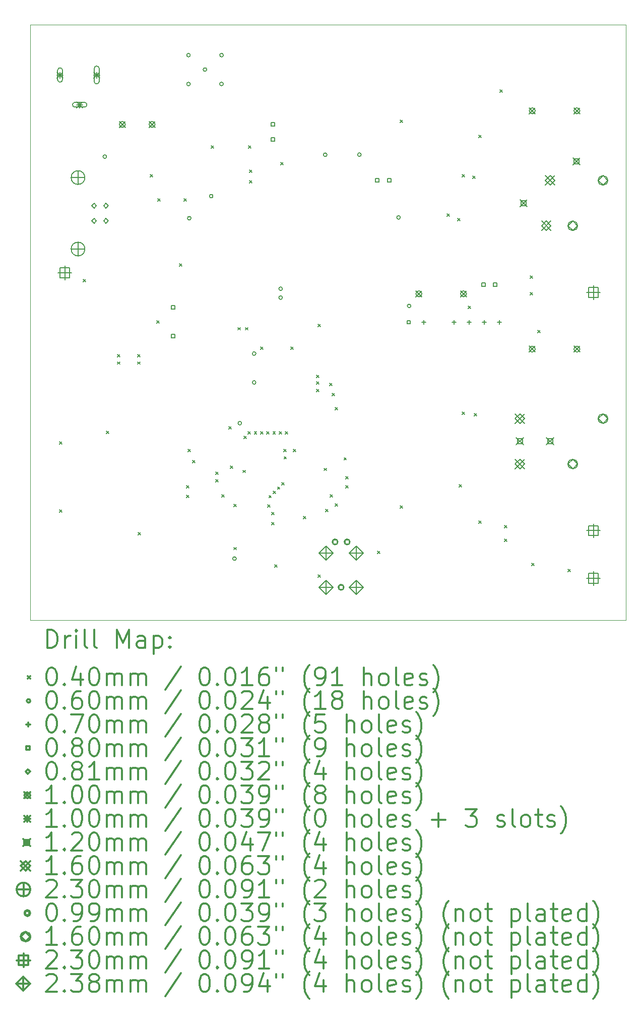
<source format=gbr>
%FSLAX45Y45*%
G04 Gerber Fmt 4.5, Leading zero omitted, Abs format (unit mm)*
G04 Created by KiCad (PCBNEW (6.0.0-rc1-dev-1425-g4c184f07a)) date 24.12.2018 19:16:35*
%MOMM*%
%LPD*%
G04 APERTURE LIST*
%ADD10C,0.050000*%
%ADD11C,0.200000*%
%ADD12C,0.300000*%
G04 APERTURE END LIST*
D10*
X5500000Y-16500000D02*
X5500000Y-6500000D01*
X15500000Y-16500000D02*
X5500000Y-16500000D01*
X15500000Y-6500000D02*
X15500000Y-16500000D01*
X5500000Y-6500000D02*
X15500000Y-6500000D01*
D11*
X5987100Y-13505500D02*
X6027100Y-13545500D01*
X6027100Y-13505500D02*
X5987100Y-13545500D01*
X5987100Y-14648500D02*
X6027100Y-14688500D01*
X6027100Y-14648500D02*
X5987100Y-14688500D01*
X6385880Y-10781350D02*
X6425880Y-10821350D01*
X6425880Y-10781350D02*
X6385880Y-10821350D01*
X6774500Y-13327700D02*
X6814500Y-13367700D01*
X6814500Y-13327700D02*
X6774500Y-13367700D01*
X6963730Y-12164380D02*
X7003730Y-12204380D01*
X7003730Y-12164380D02*
X6963730Y-12204380D01*
X6965000Y-12045000D02*
X7005000Y-12085000D01*
X7005000Y-12045000D02*
X6965000Y-12085000D01*
X7302820Y-12164380D02*
X7342820Y-12204380D01*
X7342820Y-12164380D02*
X7302820Y-12204380D01*
X7302866Y-12042041D02*
X7342866Y-12082041D01*
X7342866Y-12042041D02*
X7302866Y-12082041D01*
X7307900Y-15029500D02*
X7347900Y-15069500D01*
X7347900Y-15029500D02*
X7307900Y-15069500D01*
X7511100Y-9022400D02*
X7551100Y-9062400D01*
X7551100Y-9022400D02*
X7511100Y-9062400D01*
X7625400Y-11473500D02*
X7665400Y-11513500D01*
X7665400Y-11473500D02*
X7625400Y-11513500D01*
X7638100Y-9428800D02*
X7678100Y-9468800D01*
X7678100Y-9428800D02*
X7638100Y-9468800D01*
X8006400Y-10521000D02*
X8046400Y-10561000D01*
X8046400Y-10521000D02*
X8006400Y-10561000D01*
X8082600Y-9428800D02*
X8122600Y-9468800D01*
X8122600Y-9428800D02*
X8082600Y-9468800D01*
X8120700Y-14242100D02*
X8160700Y-14282100D01*
X8160700Y-14242100D02*
X8120700Y-14282100D01*
X8120700Y-14403500D02*
X8160700Y-14443500D01*
X8160700Y-14403500D02*
X8120700Y-14443500D01*
X8146100Y-13632500D02*
X8186100Y-13672500D01*
X8186100Y-13632500D02*
X8146100Y-13672500D01*
X8222300Y-13823000D02*
X8262300Y-13863000D01*
X8262300Y-13823000D02*
X8222300Y-13863000D01*
X8539800Y-8539800D02*
X8579800Y-8579800D01*
X8579800Y-8539800D02*
X8539800Y-8579800D01*
X8616000Y-14013500D02*
X8656000Y-14053500D01*
X8656000Y-14013500D02*
X8616000Y-14053500D01*
X8616000Y-14140500D02*
X8656000Y-14180500D01*
X8656000Y-14140500D02*
X8616000Y-14180500D01*
X8717600Y-14394500D02*
X8757600Y-14434500D01*
X8757600Y-14394500D02*
X8717600Y-14434500D01*
X8831898Y-13251500D02*
X8871898Y-13291500D01*
X8871898Y-13251500D02*
X8831898Y-13291500D01*
X8857765Y-13912365D02*
X8897765Y-13952365D01*
X8897765Y-13912365D02*
X8857765Y-13952365D01*
X8920800Y-14559600D02*
X8960800Y-14599600D01*
X8960800Y-14559600D02*
X8920800Y-14599600D01*
X8920800Y-15280902D02*
X8960800Y-15320902D01*
X8960800Y-15280902D02*
X8920800Y-15320902D01*
X8984300Y-11590200D02*
X9024300Y-11630200D01*
X9024300Y-11590200D02*
X8984300Y-11630200D01*
X9073200Y-13985900D02*
X9113200Y-14025900D01*
X9113200Y-13985900D02*
X9073200Y-14025900D01*
X9085900Y-13416600D02*
X9125900Y-13456600D01*
X9125900Y-13416600D02*
X9085900Y-13456600D01*
X9111300Y-11590200D02*
X9151300Y-11630200D01*
X9151300Y-11590200D02*
X9111300Y-11630200D01*
X9157020Y-13338930D02*
X9197020Y-13378930D01*
X9197020Y-13338930D02*
X9157020Y-13378930D01*
X9162100Y-8539800D02*
X9202100Y-8579800D01*
X9202100Y-8539800D02*
X9162100Y-8579800D01*
X9183690Y-8944930D02*
X9223690Y-8984930D01*
X9223690Y-8944930D02*
X9183690Y-8984930D01*
X9183690Y-9120100D02*
X9223690Y-9160100D01*
X9223690Y-9120100D02*
X9183690Y-9160100D01*
X9261583Y-13338930D02*
X9301583Y-13378930D01*
X9301583Y-13338930D02*
X9261583Y-13378930D01*
X9365300Y-11918000D02*
X9405300Y-11958000D01*
X9405300Y-11918000D02*
X9365300Y-11958000D01*
X9366147Y-13338930D02*
X9406147Y-13378930D01*
X9406147Y-13338930D02*
X9366147Y-13378930D01*
X9470710Y-13338930D02*
X9510710Y-13378930D01*
X9510710Y-13338930D02*
X9470710Y-13378930D01*
X9482801Y-14567220D02*
X9522801Y-14607220D01*
X9522801Y-14567220D02*
X9482801Y-14607220D01*
X9505555Y-14408800D02*
X9545555Y-14448800D01*
X9545555Y-14408800D02*
X9505555Y-14448800D01*
X9555301Y-14694220D02*
X9595301Y-14734220D01*
X9595301Y-14694220D02*
X9555301Y-14734220D01*
X9555800Y-14864400D02*
X9595800Y-14904400D01*
X9595800Y-14864400D02*
X9555800Y-14904400D01*
X9575273Y-13338930D02*
X9615273Y-13378930D01*
X9615273Y-13338930D02*
X9575273Y-13378930D01*
X9577410Y-14336300D02*
X9617410Y-14376300D01*
X9617410Y-14336300D02*
X9577410Y-14376300D01*
X9606600Y-15575600D02*
X9646600Y-15615600D01*
X9646600Y-15575600D02*
X9606600Y-15615600D01*
X9650113Y-14263800D02*
X9690113Y-14303800D01*
X9690113Y-14263800D02*
X9650113Y-14303800D01*
X9679837Y-13338930D02*
X9719837Y-13378930D01*
X9719837Y-13338930D02*
X9679837Y-13378930D01*
X9708200Y-8819200D02*
X9748200Y-8859200D01*
X9748200Y-8819200D02*
X9708200Y-8859200D01*
X9720900Y-14191300D02*
X9760900Y-14231300D01*
X9760900Y-14191300D02*
X9720900Y-14231300D01*
X9759000Y-13632500D02*
X9799000Y-13672500D01*
X9799000Y-13632500D02*
X9759000Y-13672500D01*
X9761540Y-13756960D02*
X9801540Y-13796960D01*
X9801540Y-13756960D02*
X9761540Y-13796960D01*
X9784400Y-13338930D02*
X9824400Y-13378930D01*
X9824400Y-13338930D02*
X9784400Y-13378930D01*
X9873300Y-11918000D02*
X9913300Y-11958000D01*
X9913300Y-11918000D02*
X9873300Y-11958000D01*
X9915300Y-13632500D02*
X9955300Y-13672500D01*
X9955300Y-13632500D02*
X9915300Y-13672500D01*
X10089200Y-14762800D02*
X10129200Y-14802800D01*
X10129200Y-14762800D02*
X10089200Y-14802800D01*
X10305100Y-12502200D02*
X10345100Y-12542200D01*
X10345100Y-12502200D02*
X10305100Y-12542200D01*
X10305100Y-12629200D02*
X10345100Y-12669200D01*
X10345100Y-12629200D02*
X10305100Y-12669200D01*
X10306370Y-12387900D02*
X10346370Y-12427900D01*
X10346370Y-12387900D02*
X10306370Y-12427900D01*
X10330500Y-11537000D02*
X10370500Y-11577000D01*
X10370500Y-11537000D02*
X10330500Y-11577000D01*
X10330500Y-15740700D02*
X10370500Y-15780700D01*
X10370500Y-15740700D02*
X10330500Y-15780700D01*
X10433370Y-13951270D02*
X10473370Y-13991270D01*
X10473370Y-13951270D02*
X10433370Y-13991270D01*
X10457500Y-14643400D02*
X10497500Y-14683400D01*
X10497500Y-14643400D02*
X10457500Y-14683400D01*
X10524201Y-12527600D02*
X10564201Y-12567600D01*
X10564201Y-12527600D02*
X10524201Y-12567600D01*
X10533700Y-14398200D02*
X10573700Y-14438200D01*
X10573700Y-14398200D02*
X10533700Y-14438200D01*
X10569202Y-12692700D02*
X10609202Y-12732700D01*
X10609202Y-12692700D02*
X10569202Y-12732700D01*
X10622600Y-12934000D02*
X10662600Y-12974000D01*
X10662600Y-12934000D02*
X10622600Y-12974000D01*
X10622600Y-14546900D02*
X10662600Y-14586900D01*
X10662600Y-14546900D02*
X10622600Y-14586900D01*
X10768928Y-13773146D02*
X10808928Y-13813146D01*
X10808928Y-13773146D02*
X10768928Y-13813146D01*
X10800400Y-14089700D02*
X10840400Y-14129700D01*
X10840400Y-14089700D02*
X10800400Y-14129700D01*
X10800400Y-14242100D02*
X10840400Y-14282100D01*
X10840400Y-14242100D02*
X10800400Y-14282100D01*
X11333800Y-15347000D02*
X11373800Y-15387000D01*
X11373800Y-15347000D02*
X11333800Y-15387000D01*
X11714800Y-8108000D02*
X11754800Y-8148000D01*
X11754800Y-8108000D02*
X11714800Y-8148000D01*
X11714800Y-14585000D02*
X11754800Y-14625000D01*
X11754800Y-14585000D02*
X11714800Y-14625000D01*
X12502200Y-9682800D02*
X12542200Y-9722800D01*
X12542200Y-9682800D02*
X12502200Y-9722800D01*
X12680000Y-9759000D02*
X12720000Y-9799000D01*
X12720000Y-9759000D02*
X12680000Y-9799000D01*
X12705400Y-14229400D02*
X12745400Y-14269400D01*
X12745400Y-14229400D02*
X12705400Y-14269400D01*
X12756200Y-9022400D02*
X12796200Y-9062400D01*
X12796200Y-9022400D02*
X12756200Y-9062400D01*
X12756200Y-13010200D02*
X12796200Y-13050200D01*
X12796200Y-13010200D02*
X12756200Y-13050200D01*
X12857800Y-11232200D02*
X12897800Y-11272200D01*
X12897800Y-11232200D02*
X12857800Y-11272200D01*
X12934000Y-9047800D02*
X12974000Y-9087800D01*
X12974000Y-9047800D02*
X12934000Y-9087800D01*
X12959400Y-13035600D02*
X12999400Y-13075600D01*
X12999400Y-13035600D02*
X12959400Y-13075600D01*
X13035600Y-8362000D02*
X13075600Y-8402000D01*
X13075600Y-8362000D02*
X13035600Y-8402000D01*
X13035600Y-14839000D02*
X13075600Y-14879000D01*
X13075600Y-14839000D02*
X13035600Y-14879000D01*
X13391200Y-7600000D02*
X13431200Y-7640000D01*
X13431200Y-7600000D02*
X13391200Y-7640000D01*
X13467400Y-14915200D02*
X13507400Y-14955200D01*
X13507400Y-14915200D02*
X13467400Y-14955200D01*
X13467400Y-15143800D02*
X13507400Y-15183800D01*
X13507400Y-15143800D02*
X13467400Y-15183800D01*
X13899200Y-10724200D02*
X13939200Y-10764200D01*
X13939200Y-10724200D02*
X13899200Y-10764200D01*
X13899200Y-11003600D02*
X13939200Y-11043600D01*
X13939200Y-11003600D02*
X13899200Y-11043600D01*
X13924600Y-15550200D02*
X13964600Y-15590200D01*
X13964600Y-15550200D02*
X13924600Y-15590200D01*
X14026200Y-11638600D02*
X14066200Y-11678600D01*
X14066200Y-11638600D02*
X14026200Y-11678600D01*
X14534200Y-15651800D02*
X14574200Y-15691800D01*
X14574200Y-15651800D02*
X14534200Y-15691800D01*
X6778780Y-8719820D02*
G75*
G03X6778780Y-8719820I-30000J0D01*
G01*
X8185300Y-7014600D02*
G75*
G03X8185300Y-7014600I-30000J0D01*
G01*
X8185300Y-7499600D02*
G75*
G03X8185300Y-7499600I-30000J0D01*
G01*
X8198640Y-9753600D02*
G75*
G03X8198640Y-9753600I-30000J0D01*
G01*
X8462800Y-7257100D02*
G75*
G03X8462800Y-7257100I-30000J0D01*
G01*
X8566940Y-9382760D02*
G75*
G03X8566940Y-9382760I-30000J0D01*
G01*
X8740300Y-7014600D02*
G75*
G03X8740300Y-7014600I-30000J0D01*
G01*
X8740300Y-7499600D02*
G75*
G03X8740300Y-7499600I-30000J0D01*
G01*
X8958100Y-15468600D02*
G75*
G03X8958100Y-15468600I-30000J0D01*
G01*
X9047000Y-13195300D02*
G75*
G03X9047000Y-13195300I-30000J0D01*
G01*
X9288300Y-12026900D02*
G75*
G03X9288300Y-12026900I-30000J0D01*
G01*
X9288300Y-12510400D02*
G75*
G03X9288300Y-12510400I-30000J0D01*
G01*
X10482099Y-8686800D02*
G75*
G03X10482099Y-8686800I-30000J0D01*
G01*
X11056601Y-8686800D02*
G75*
G03X11056601Y-8686800I-30000J0D01*
G01*
X11714000Y-9740900D02*
G75*
G03X11714000Y-9740900I-30000J0D01*
G01*
X11891800Y-11226800D02*
G75*
G03X11891800Y-11226800I-30000J0D01*
G01*
X9732800Y-10937100D02*
G75*
G03X9732800Y-10937100I-30000J0D01*
G01*
X9732800Y-11087100D02*
G75*
G03X9732800Y-11087100I-30000J0D01*
G01*
X12109600Y-11465000D02*
X12109600Y-11535000D01*
X12074600Y-11500000D02*
X12144600Y-11500000D01*
X12617600Y-11465000D02*
X12617600Y-11535000D01*
X12582600Y-11500000D02*
X12652600Y-11500000D01*
X12871600Y-11465000D02*
X12871600Y-11535000D01*
X12836600Y-11500000D02*
X12906600Y-11500000D01*
X13125600Y-11465000D02*
X13125600Y-11535000D01*
X13090600Y-11500000D02*
X13160600Y-11500000D01*
X13379600Y-11465000D02*
X13379600Y-11535000D01*
X13344600Y-11500000D02*
X13414600Y-11500000D01*
X11883884Y-11528284D02*
X11883884Y-11471715D01*
X11827315Y-11471715D01*
X11827315Y-11528284D01*
X11883884Y-11528284D01*
X11356684Y-9146885D02*
X11356684Y-9090316D01*
X11300115Y-9090316D01*
X11300115Y-9146885D01*
X11356684Y-9146885D01*
X11556684Y-9146885D02*
X11556684Y-9090316D01*
X11500115Y-9090316D01*
X11500115Y-9146885D01*
X11556684Y-9146885D01*
X9604085Y-8207084D02*
X9604085Y-8150515D01*
X9547516Y-8150515D01*
X9547516Y-8207084D01*
X9604085Y-8207084D01*
X9604085Y-8457085D02*
X9604085Y-8400516D01*
X9547516Y-8400516D01*
X9547516Y-8457085D01*
X9604085Y-8457085D01*
X7927684Y-11275084D02*
X7927684Y-11218515D01*
X7871115Y-11218515D01*
X7871115Y-11275084D01*
X7927684Y-11275084D01*
X7927684Y-11763084D02*
X7927684Y-11706515D01*
X7871115Y-11706515D01*
X7871115Y-11763084D01*
X7927684Y-11763084D01*
X13137884Y-10899485D02*
X13137884Y-10842916D01*
X13081315Y-10842916D01*
X13081315Y-10899485D01*
X13137884Y-10899485D01*
X13337884Y-10899485D02*
X13337884Y-10842916D01*
X13281315Y-10842916D01*
X13281315Y-10899485D01*
X13337884Y-10899485D01*
X6569100Y-9584700D02*
X6609600Y-9544200D01*
X6569100Y-9503700D01*
X6528600Y-9544200D01*
X6569100Y-9584700D01*
X6569100Y-9838700D02*
X6609600Y-9798200D01*
X6569100Y-9757700D01*
X6528600Y-9798200D01*
X6569100Y-9838700D01*
X6769100Y-9584700D02*
X6809600Y-9544200D01*
X6769100Y-9503700D01*
X6728600Y-9544200D01*
X6769100Y-9584700D01*
X6769100Y-9838700D02*
X6809600Y-9798200D01*
X6769100Y-9757700D01*
X6728600Y-9798200D01*
X6769100Y-9838700D01*
X13881200Y-7900200D02*
X13981200Y-8000200D01*
X13981200Y-7900200D02*
X13881200Y-8000200D01*
X13981200Y-7950200D02*
G75*
G03X13981200Y-7950200I-50000J0D01*
G01*
X14631200Y-7900200D02*
X14731200Y-8000200D01*
X14731200Y-7900200D02*
X14631200Y-8000200D01*
X14731200Y-7950200D02*
G75*
G03X14731200Y-7950200I-50000J0D01*
G01*
X6993800Y-8128800D02*
X7093800Y-8228800D01*
X7093800Y-8128800D02*
X6993800Y-8228800D01*
X7093800Y-8178800D02*
G75*
G03X7093800Y-8178800I-50000J0D01*
G01*
X7493800Y-8128800D02*
X7593800Y-8228800D01*
X7593800Y-8128800D02*
X7493800Y-8228800D01*
X7593800Y-8178800D02*
G75*
G03X7593800Y-8178800I-50000J0D01*
G01*
X11976200Y-10973600D02*
X12076200Y-11073600D01*
X12076200Y-10973600D02*
X11976200Y-11073600D01*
X12076200Y-11023600D02*
G75*
G03X12076200Y-11023600I-50000J0D01*
G01*
X12726200Y-10973600D02*
X12826200Y-11073600D01*
X12826200Y-10973600D02*
X12726200Y-11073600D01*
X12826200Y-11023600D02*
G75*
G03X12826200Y-11023600I-50000J0D01*
G01*
X13881200Y-11900700D02*
X13981200Y-12000700D01*
X13981200Y-11900700D02*
X13881200Y-12000700D01*
X13981200Y-11950700D02*
G75*
G03X13981200Y-11950700I-50000J0D01*
G01*
X14631200Y-11900700D02*
X14731200Y-12000700D01*
X14731200Y-11900700D02*
X14631200Y-12000700D01*
X14731200Y-11950700D02*
G75*
G03X14731200Y-11950700I-50000J0D01*
G01*
X5947762Y-7297762D02*
X6047838Y-7397838D01*
X6047838Y-7297762D02*
X5947762Y-7397838D01*
X5997800Y-7297762D02*
X5997800Y-7397838D01*
X5947762Y-7347800D02*
X6047838Y-7347800D01*
X5957762Y-7267838D02*
X5957762Y-7427762D01*
X6037838Y-7267838D02*
X6037838Y-7427762D01*
X5957762Y-7427762D02*
G75*
G03X6037838Y-7427762I40038J0D01*
G01*
X6037838Y-7267838D02*
G75*
G03X5957762Y-7267838I-40038J0D01*
G01*
X6277802Y-7797762D02*
X6377878Y-7897838D01*
X6377878Y-7797762D02*
X6277802Y-7897838D01*
X6327840Y-7797762D02*
X6327840Y-7897838D01*
X6277802Y-7847800D02*
X6377878Y-7847800D01*
X6247878Y-7887838D02*
X6407802Y-7887838D01*
X6247878Y-7807762D02*
X6407802Y-7807762D01*
X6407802Y-7887838D02*
G75*
G03X6407802Y-7807762I0J40038D01*
G01*
X6247878Y-7807762D02*
G75*
G03X6247878Y-7887838I0J-40038D01*
G01*
X6562762Y-7297762D02*
X6662838Y-7397838D01*
X6662838Y-7297762D02*
X6562762Y-7397838D01*
X6612800Y-7297762D02*
X6612800Y-7397838D01*
X6562762Y-7347800D02*
X6662838Y-7347800D01*
X6572762Y-7237838D02*
X6572762Y-7457762D01*
X6652838Y-7237838D02*
X6652838Y-7457762D01*
X6572762Y-7457762D02*
G75*
G03X6652838Y-7457762I40038J0D01*
G01*
X6652838Y-7237838D02*
G75*
G03X6572762Y-7237838I-40038J0D01*
G01*
X13725000Y-9440000D02*
X13845000Y-9560000D01*
X13845000Y-9440000D02*
X13725000Y-9560000D01*
X13827427Y-9542427D02*
X13827427Y-9457573D01*
X13742573Y-9457573D01*
X13742573Y-9542427D01*
X13827427Y-9542427D01*
X14615000Y-8742000D02*
X14735000Y-8862000D01*
X14735000Y-8742000D02*
X14615000Y-8862000D01*
X14717427Y-8844427D02*
X14717427Y-8759573D01*
X14632573Y-8759573D01*
X14632573Y-8844427D01*
X14717427Y-8844427D01*
X13662000Y-13440000D02*
X13782000Y-13560000D01*
X13782000Y-13440000D02*
X13662000Y-13560000D01*
X13764427Y-13542427D02*
X13764427Y-13457573D01*
X13679573Y-13457573D01*
X13679573Y-13542427D01*
X13764427Y-13542427D01*
X14170000Y-13440000D02*
X14290000Y-13560000D01*
X14290000Y-13440000D02*
X14170000Y-13560000D01*
X14272427Y-13542427D02*
X14272427Y-13457573D01*
X14187573Y-13457573D01*
X14187573Y-13542427D01*
X14272427Y-13542427D01*
X14086500Y-9801000D02*
X14246500Y-9961000D01*
X14246500Y-9801000D02*
X14086500Y-9961000D01*
X14166500Y-9961000D02*
X14246500Y-9881000D01*
X14166500Y-9801000D01*
X14086500Y-9881000D01*
X14166500Y-9961000D01*
X14150000Y-9039000D02*
X14310000Y-9199000D01*
X14310000Y-9039000D02*
X14150000Y-9199000D01*
X14230000Y-9199000D02*
X14310000Y-9119000D01*
X14230000Y-9039000D01*
X14150000Y-9119000D01*
X14230000Y-9199000D01*
X13642000Y-13039000D02*
X13802000Y-13199000D01*
X13802000Y-13039000D02*
X13642000Y-13199000D01*
X13722000Y-13199000D02*
X13802000Y-13119000D01*
X13722000Y-13039000D01*
X13642000Y-13119000D01*
X13722000Y-13199000D01*
X13642000Y-13801000D02*
X13802000Y-13961000D01*
X13802000Y-13801000D02*
X13642000Y-13961000D01*
X13722000Y-13961000D02*
X13802000Y-13881000D01*
X13722000Y-13801000D01*
X13642000Y-13881000D01*
X13722000Y-13961000D01*
X6299100Y-8956200D02*
X6299100Y-9186200D01*
X6184100Y-9071200D02*
X6414100Y-9071200D01*
X6414100Y-9071200D02*
G75*
G03X6414100Y-9071200I-115000J0D01*
G01*
X6299100Y-10156200D02*
X6299100Y-10386200D01*
X6184100Y-10271200D02*
X6414100Y-10271200D01*
X6414100Y-10271200D02*
G75*
G03X6414100Y-10271200I-115000J0D01*
G01*
X10652323Y-15224223D02*
X10652323Y-15154177D01*
X10582277Y-15154177D01*
X10582277Y-15224223D01*
X10652323Y-15224223D01*
X10666830Y-15189200D02*
G75*
G03X10666830Y-15189200I-49530J0D01*
G01*
X10753823Y-15986223D02*
X10753823Y-15916177D01*
X10683777Y-15916177D01*
X10683777Y-15986223D01*
X10753823Y-15986223D01*
X10768330Y-15951200D02*
G75*
G03X10768330Y-15951200I-49530J0D01*
G01*
X10855323Y-15224223D02*
X10855323Y-15154177D01*
X10785277Y-15154177D01*
X10785277Y-15224223D01*
X10855323Y-15224223D01*
X10869830Y-15189200D02*
G75*
G03X10869830Y-15189200I-49530J0D01*
G01*
X14611000Y-9961000D02*
X14691000Y-9881000D01*
X14611000Y-9801000D01*
X14531000Y-9881000D01*
X14611000Y-9961000D01*
X14691000Y-9881000D02*
G75*
G03X14691000Y-9881000I-80000J0D01*
G01*
X15119000Y-9199000D02*
X15199000Y-9119000D01*
X15119000Y-9039000D01*
X15039000Y-9119000D01*
X15119000Y-9199000D01*
X15199000Y-9119000D02*
G75*
G03X15199000Y-9119000I-80000J0D01*
G01*
X14611000Y-13961000D02*
X14691000Y-13881000D01*
X14611000Y-13801000D01*
X14531000Y-13881000D01*
X14611000Y-13961000D01*
X14691000Y-13881000D02*
G75*
G03X14691000Y-13881000I-80000J0D01*
G01*
X15119000Y-13199000D02*
X15199000Y-13119000D01*
X15119000Y-13039000D01*
X15039000Y-13119000D01*
X15119000Y-13199000D01*
X15199000Y-13119000D02*
G75*
G03X15199000Y-13119000I-80000J0D01*
G01*
X14960000Y-14885000D02*
X14960000Y-15115000D01*
X14845000Y-15000000D02*
X15075000Y-15000000D01*
X15041318Y-15081318D02*
X15041318Y-14918682D01*
X14878682Y-14918682D01*
X14878682Y-15081318D01*
X15041318Y-15081318D01*
X14960000Y-15685000D02*
X14960000Y-15915000D01*
X14845000Y-15800000D02*
X15075000Y-15800000D01*
X15041318Y-15881318D02*
X15041318Y-15718682D01*
X14878682Y-15718682D01*
X14878682Y-15881318D01*
X15041318Y-15881318D01*
X14960000Y-10885000D02*
X14960000Y-11115000D01*
X14845000Y-11000000D02*
X15075000Y-11000000D01*
X15041318Y-11081318D02*
X15041318Y-10918682D01*
X14878682Y-10918682D01*
X14878682Y-11081318D01*
X15041318Y-11081318D01*
X6076950Y-10554270D02*
X6076950Y-10784270D01*
X5961950Y-10669270D02*
X6191950Y-10669270D01*
X6158268Y-10750588D02*
X6158268Y-10587952D01*
X5995632Y-10587952D01*
X5995632Y-10750588D01*
X6158268Y-10750588D01*
X10464800Y-15260950D02*
X10464800Y-15498450D01*
X10346050Y-15379700D02*
X10583550Y-15379700D01*
X10464800Y-15498450D02*
X10583550Y-15379700D01*
X10464800Y-15260950D01*
X10346050Y-15379700D01*
X10464800Y-15498450D01*
X10464800Y-15832450D02*
X10464800Y-16069950D01*
X10346050Y-15951200D02*
X10583550Y-15951200D01*
X10464800Y-16069950D02*
X10583550Y-15951200D01*
X10464800Y-15832450D01*
X10346050Y-15951200D01*
X10464800Y-16069950D01*
X10972800Y-15260950D02*
X10972800Y-15498450D01*
X10854050Y-15379700D02*
X11091550Y-15379700D01*
X10972800Y-15498450D02*
X11091550Y-15379700D01*
X10972800Y-15260950D01*
X10854050Y-15379700D01*
X10972800Y-15498450D01*
X10972800Y-15832450D02*
X10972800Y-16069950D01*
X10854050Y-15951200D02*
X11091550Y-15951200D01*
X10972800Y-16069950D02*
X11091550Y-15951200D01*
X10972800Y-15832450D01*
X10854050Y-15951200D01*
X10972800Y-16069950D01*
D12*
X5783928Y-16968214D02*
X5783928Y-16668214D01*
X5855357Y-16668214D01*
X5898214Y-16682500D01*
X5926786Y-16711071D01*
X5941071Y-16739643D01*
X5955357Y-16796786D01*
X5955357Y-16839643D01*
X5941071Y-16896786D01*
X5926786Y-16925357D01*
X5898214Y-16953929D01*
X5855357Y-16968214D01*
X5783928Y-16968214D01*
X6083928Y-16968214D02*
X6083928Y-16768214D01*
X6083928Y-16825357D02*
X6098214Y-16796786D01*
X6112500Y-16782500D01*
X6141071Y-16768214D01*
X6169643Y-16768214D01*
X6269643Y-16968214D02*
X6269643Y-16768214D01*
X6269643Y-16668214D02*
X6255357Y-16682500D01*
X6269643Y-16696786D01*
X6283928Y-16682500D01*
X6269643Y-16668214D01*
X6269643Y-16696786D01*
X6455357Y-16968214D02*
X6426786Y-16953929D01*
X6412500Y-16925357D01*
X6412500Y-16668214D01*
X6612500Y-16968214D02*
X6583928Y-16953929D01*
X6569643Y-16925357D01*
X6569643Y-16668214D01*
X6955357Y-16968214D02*
X6955357Y-16668214D01*
X7055357Y-16882500D01*
X7155357Y-16668214D01*
X7155357Y-16968214D01*
X7426786Y-16968214D02*
X7426786Y-16811072D01*
X7412500Y-16782500D01*
X7383928Y-16768214D01*
X7326786Y-16768214D01*
X7298214Y-16782500D01*
X7426786Y-16953929D02*
X7398214Y-16968214D01*
X7326786Y-16968214D01*
X7298214Y-16953929D01*
X7283928Y-16925357D01*
X7283928Y-16896786D01*
X7298214Y-16868214D01*
X7326786Y-16853929D01*
X7398214Y-16853929D01*
X7426786Y-16839643D01*
X7569643Y-16768214D02*
X7569643Y-17068214D01*
X7569643Y-16782500D02*
X7598214Y-16768214D01*
X7655357Y-16768214D01*
X7683928Y-16782500D01*
X7698214Y-16796786D01*
X7712500Y-16825357D01*
X7712500Y-16911072D01*
X7698214Y-16939643D01*
X7683928Y-16953929D01*
X7655357Y-16968214D01*
X7598214Y-16968214D01*
X7569643Y-16953929D01*
X7841071Y-16939643D02*
X7855357Y-16953929D01*
X7841071Y-16968214D01*
X7826786Y-16953929D01*
X7841071Y-16939643D01*
X7841071Y-16968214D01*
X7841071Y-16782500D02*
X7855357Y-16796786D01*
X7841071Y-16811072D01*
X7826786Y-16796786D01*
X7841071Y-16782500D01*
X7841071Y-16811072D01*
X5457500Y-17442500D02*
X5497500Y-17482500D01*
X5497500Y-17442500D02*
X5457500Y-17482500D01*
X5841071Y-17298214D02*
X5869643Y-17298214D01*
X5898214Y-17312500D01*
X5912500Y-17326786D01*
X5926786Y-17355357D01*
X5941071Y-17412500D01*
X5941071Y-17483929D01*
X5926786Y-17541072D01*
X5912500Y-17569643D01*
X5898214Y-17583929D01*
X5869643Y-17598214D01*
X5841071Y-17598214D01*
X5812500Y-17583929D01*
X5798214Y-17569643D01*
X5783928Y-17541072D01*
X5769643Y-17483929D01*
X5769643Y-17412500D01*
X5783928Y-17355357D01*
X5798214Y-17326786D01*
X5812500Y-17312500D01*
X5841071Y-17298214D01*
X6069643Y-17569643D02*
X6083928Y-17583929D01*
X6069643Y-17598214D01*
X6055357Y-17583929D01*
X6069643Y-17569643D01*
X6069643Y-17598214D01*
X6341071Y-17398214D02*
X6341071Y-17598214D01*
X6269643Y-17283929D02*
X6198214Y-17498214D01*
X6383928Y-17498214D01*
X6555357Y-17298214D02*
X6583928Y-17298214D01*
X6612500Y-17312500D01*
X6626786Y-17326786D01*
X6641071Y-17355357D01*
X6655357Y-17412500D01*
X6655357Y-17483929D01*
X6641071Y-17541072D01*
X6626786Y-17569643D01*
X6612500Y-17583929D01*
X6583928Y-17598214D01*
X6555357Y-17598214D01*
X6526786Y-17583929D01*
X6512500Y-17569643D01*
X6498214Y-17541072D01*
X6483928Y-17483929D01*
X6483928Y-17412500D01*
X6498214Y-17355357D01*
X6512500Y-17326786D01*
X6526786Y-17312500D01*
X6555357Y-17298214D01*
X6783928Y-17598214D02*
X6783928Y-17398214D01*
X6783928Y-17426786D02*
X6798214Y-17412500D01*
X6826786Y-17398214D01*
X6869643Y-17398214D01*
X6898214Y-17412500D01*
X6912500Y-17441072D01*
X6912500Y-17598214D01*
X6912500Y-17441072D02*
X6926786Y-17412500D01*
X6955357Y-17398214D01*
X6998214Y-17398214D01*
X7026786Y-17412500D01*
X7041071Y-17441072D01*
X7041071Y-17598214D01*
X7183928Y-17598214D02*
X7183928Y-17398214D01*
X7183928Y-17426786D02*
X7198214Y-17412500D01*
X7226786Y-17398214D01*
X7269643Y-17398214D01*
X7298214Y-17412500D01*
X7312500Y-17441072D01*
X7312500Y-17598214D01*
X7312500Y-17441072D02*
X7326786Y-17412500D01*
X7355357Y-17398214D01*
X7398214Y-17398214D01*
X7426786Y-17412500D01*
X7441071Y-17441072D01*
X7441071Y-17598214D01*
X8026786Y-17283929D02*
X7769643Y-17669643D01*
X8412500Y-17298214D02*
X8441071Y-17298214D01*
X8469643Y-17312500D01*
X8483928Y-17326786D01*
X8498214Y-17355357D01*
X8512500Y-17412500D01*
X8512500Y-17483929D01*
X8498214Y-17541072D01*
X8483928Y-17569643D01*
X8469643Y-17583929D01*
X8441071Y-17598214D01*
X8412500Y-17598214D01*
X8383928Y-17583929D01*
X8369643Y-17569643D01*
X8355357Y-17541072D01*
X8341071Y-17483929D01*
X8341071Y-17412500D01*
X8355357Y-17355357D01*
X8369643Y-17326786D01*
X8383928Y-17312500D01*
X8412500Y-17298214D01*
X8641071Y-17569643D02*
X8655357Y-17583929D01*
X8641071Y-17598214D01*
X8626786Y-17583929D01*
X8641071Y-17569643D01*
X8641071Y-17598214D01*
X8841071Y-17298214D02*
X8869643Y-17298214D01*
X8898214Y-17312500D01*
X8912500Y-17326786D01*
X8926786Y-17355357D01*
X8941071Y-17412500D01*
X8941071Y-17483929D01*
X8926786Y-17541072D01*
X8912500Y-17569643D01*
X8898214Y-17583929D01*
X8869643Y-17598214D01*
X8841071Y-17598214D01*
X8812500Y-17583929D01*
X8798214Y-17569643D01*
X8783928Y-17541072D01*
X8769643Y-17483929D01*
X8769643Y-17412500D01*
X8783928Y-17355357D01*
X8798214Y-17326786D01*
X8812500Y-17312500D01*
X8841071Y-17298214D01*
X9226786Y-17598214D02*
X9055357Y-17598214D01*
X9141071Y-17598214D02*
X9141071Y-17298214D01*
X9112500Y-17341072D01*
X9083928Y-17369643D01*
X9055357Y-17383929D01*
X9483928Y-17298214D02*
X9426786Y-17298214D01*
X9398214Y-17312500D01*
X9383928Y-17326786D01*
X9355357Y-17369643D01*
X9341071Y-17426786D01*
X9341071Y-17541072D01*
X9355357Y-17569643D01*
X9369643Y-17583929D01*
X9398214Y-17598214D01*
X9455357Y-17598214D01*
X9483928Y-17583929D01*
X9498214Y-17569643D01*
X9512500Y-17541072D01*
X9512500Y-17469643D01*
X9498214Y-17441072D01*
X9483928Y-17426786D01*
X9455357Y-17412500D01*
X9398214Y-17412500D01*
X9369643Y-17426786D01*
X9355357Y-17441072D01*
X9341071Y-17469643D01*
X9626786Y-17298214D02*
X9626786Y-17355357D01*
X9741071Y-17298214D02*
X9741071Y-17355357D01*
X10183928Y-17712500D02*
X10169643Y-17698214D01*
X10141071Y-17655357D01*
X10126786Y-17626786D01*
X10112500Y-17583929D01*
X10098214Y-17512500D01*
X10098214Y-17455357D01*
X10112500Y-17383929D01*
X10126786Y-17341072D01*
X10141071Y-17312500D01*
X10169643Y-17269643D01*
X10183928Y-17255357D01*
X10312500Y-17598214D02*
X10369643Y-17598214D01*
X10398214Y-17583929D01*
X10412500Y-17569643D01*
X10441071Y-17526786D01*
X10455357Y-17469643D01*
X10455357Y-17355357D01*
X10441071Y-17326786D01*
X10426786Y-17312500D01*
X10398214Y-17298214D01*
X10341071Y-17298214D01*
X10312500Y-17312500D01*
X10298214Y-17326786D01*
X10283928Y-17355357D01*
X10283928Y-17426786D01*
X10298214Y-17455357D01*
X10312500Y-17469643D01*
X10341071Y-17483929D01*
X10398214Y-17483929D01*
X10426786Y-17469643D01*
X10441071Y-17455357D01*
X10455357Y-17426786D01*
X10741071Y-17598214D02*
X10569643Y-17598214D01*
X10655357Y-17598214D02*
X10655357Y-17298214D01*
X10626786Y-17341072D01*
X10598214Y-17369643D01*
X10569643Y-17383929D01*
X11098214Y-17598214D02*
X11098214Y-17298214D01*
X11226786Y-17598214D02*
X11226786Y-17441072D01*
X11212500Y-17412500D01*
X11183928Y-17398214D01*
X11141071Y-17398214D01*
X11112500Y-17412500D01*
X11098214Y-17426786D01*
X11412500Y-17598214D02*
X11383928Y-17583929D01*
X11369643Y-17569643D01*
X11355357Y-17541072D01*
X11355357Y-17455357D01*
X11369643Y-17426786D01*
X11383928Y-17412500D01*
X11412500Y-17398214D01*
X11455357Y-17398214D01*
X11483928Y-17412500D01*
X11498214Y-17426786D01*
X11512500Y-17455357D01*
X11512500Y-17541072D01*
X11498214Y-17569643D01*
X11483928Y-17583929D01*
X11455357Y-17598214D01*
X11412500Y-17598214D01*
X11683928Y-17598214D02*
X11655357Y-17583929D01*
X11641071Y-17555357D01*
X11641071Y-17298214D01*
X11912500Y-17583929D02*
X11883928Y-17598214D01*
X11826786Y-17598214D01*
X11798214Y-17583929D01*
X11783928Y-17555357D01*
X11783928Y-17441072D01*
X11798214Y-17412500D01*
X11826786Y-17398214D01*
X11883928Y-17398214D01*
X11912500Y-17412500D01*
X11926786Y-17441072D01*
X11926786Y-17469643D01*
X11783928Y-17498214D01*
X12041071Y-17583929D02*
X12069643Y-17598214D01*
X12126786Y-17598214D01*
X12155357Y-17583929D01*
X12169643Y-17555357D01*
X12169643Y-17541072D01*
X12155357Y-17512500D01*
X12126786Y-17498214D01*
X12083928Y-17498214D01*
X12055357Y-17483929D01*
X12041071Y-17455357D01*
X12041071Y-17441072D01*
X12055357Y-17412500D01*
X12083928Y-17398214D01*
X12126786Y-17398214D01*
X12155357Y-17412500D01*
X12269643Y-17712500D02*
X12283928Y-17698214D01*
X12312500Y-17655357D01*
X12326786Y-17626786D01*
X12341071Y-17583929D01*
X12355357Y-17512500D01*
X12355357Y-17455357D01*
X12341071Y-17383929D01*
X12326786Y-17341072D01*
X12312500Y-17312500D01*
X12283928Y-17269643D01*
X12269643Y-17255357D01*
X5497500Y-17858500D02*
G75*
G03X5497500Y-17858500I-30000J0D01*
G01*
X5841071Y-17694214D02*
X5869643Y-17694214D01*
X5898214Y-17708500D01*
X5912500Y-17722786D01*
X5926786Y-17751357D01*
X5941071Y-17808500D01*
X5941071Y-17879929D01*
X5926786Y-17937072D01*
X5912500Y-17965643D01*
X5898214Y-17979929D01*
X5869643Y-17994214D01*
X5841071Y-17994214D01*
X5812500Y-17979929D01*
X5798214Y-17965643D01*
X5783928Y-17937072D01*
X5769643Y-17879929D01*
X5769643Y-17808500D01*
X5783928Y-17751357D01*
X5798214Y-17722786D01*
X5812500Y-17708500D01*
X5841071Y-17694214D01*
X6069643Y-17965643D02*
X6083928Y-17979929D01*
X6069643Y-17994214D01*
X6055357Y-17979929D01*
X6069643Y-17965643D01*
X6069643Y-17994214D01*
X6341071Y-17694214D02*
X6283928Y-17694214D01*
X6255357Y-17708500D01*
X6241071Y-17722786D01*
X6212500Y-17765643D01*
X6198214Y-17822786D01*
X6198214Y-17937072D01*
X6212500Y-17965643D01*
X6226786Y-17979929D01*
X6255357Y-17994214D01*
X6312500Y-17994214D01*
X6341071Y-17979929D01*
X6355357Y-17965643D01*
X6369643Y-17937072D01*
X6369643Y-17865643D01*
X6355357Y-17837072D01*
X6341071Y-17822786D01*
X6312500Y-17808500D01*
X6255357Y-17808500D01*
X6226786Y-17822786D01*
X6212500Y-17837072D01*
X6198214Y-17865643D01*
X6555357Y-17694214D02*
X6583928Y-17694214D01*
X6612500Y-17708500D01*
X6626786Y-17722786D01*
X6641071Y-17751357D01*
X6655357Y-17808500D01*
X6655357Y-17879929D01*
X6641071Y-17937072D01*
X6626786Y-17965643D01*
X6612500Y-17979929D01*
X6583928Y-17994214D01*
X6555357Y-17994214D01*
X6526786Y-17979929D01*
X6512500Y-17965643D01*
X6498214Y-17937072D01*
X6483928Y-17879929D01*
X6483928Y-17808500D01*
X6498214Y-17751357D01*
X6512500Y-17722786D01*
X6526786Y-17708500D01*
X6555357Y-17694214D01*
X6783928Y-17994214D02*
X6783928Y-17794214D01*
X6783928Y-17822786D02*
X6798214Y-17808500D01*
X6826786Y-17794214D01*
X6869643Y-17794214D01*
X6898214Y-17808500D01*
X6912500Y-17837072D01*
X6912500Y-17994214D01*
X6912500Y-17837072D02*
X6926786Y-17808500D01*
X6955357Y-17794214D01*
X6998214Y-17794214D01*
X7026786Y-17808500D01*
X7041071Y-17837072D01*
X7041071Y-17994214D01*
X7183928Y-17994214D02*
X7183928Y-17794214D01*
X7183928Y-17822786D02*
X7198214Y-17808500D01*
X7226786Y-17794214D01*
X7269643Y-17794214D01*
X7298214Y-17808500D01*
X7312500Y-17837072D01*
X7312500Y-17994214D01*
X7312500Y-17837072D02*
X7326786Y-17808500D01*
X7355357Y-17794214D01*
X7398214Y-17794214D01*
X7426786Y-17808500D01*
X7441071Y-17837072D01*
X7441071Y-17994214D01*
X8026786Y-17679929D02*
X7769643Y-18065643D01*
X8412500Y-17694214D02*
X8441071Y-17694214D01*
X8469643Y-17708500D01*
X8483928Y-17722786D01*
X8498214Y-17751357D01*
X8512500Y-17808500D01*
X8512500Y-17879929D01*
X8498214Y-17937072D01*
X8483928Y-17965643D01*
X8469643Y-17979929D01*
X8441071Y-17994214D01*
X8412500Y-17994214D01*
X8383928Y-17979929D01*
X8369643Y-17965643D01*
X8355357Y-17937072D01*
X8341071Y-17879929D01*
X8341071Y-17808500D01*
X8355357Y-17751357D01*
X8369643Y-17722786D01*
X8383928Y-17708500D01*
X8412500Y-17694214D01*
X8641071Y-17965643D02*
X8655357Y-17979929D01*
X8641071Y-17994214D01*
X8626786Y-17979929D01*
X8641071Y-17965643D01*
X8641071Y-17994214D01*
X8841071Y-17694214D02*
X8869643Y-17694214D01*
X8898214Y-17708500D01*
X8912500Y-17722786D01*
X8926786Y-17751357D01*
X8941071Y-17808500D01*
X8941071Y-17879929D01*
X8926786Y-17937072D01*
X8912500Y-17965643D01*
X8898214Y-17979929D01*
X8869643Y-17994214D01*
X8841071Y-17994214D01*
X8812500Y-17979929D01*
X8798214Y-17965643D01*
X8783928Y-17937072D01*
X8769643Y-17879929D01*
X8769643Y-17808500D01*
X8783928Y-17751357D01*
X8798214Y-17722786D01*
X8812500Y-17708500D01*
X8841071Y-17694214D01*
X9055357Y-17722786D02*
X9069643Y-17708500D01*
X9098214Y-17694214D01*
X9169643Y-17694214D01*
X9198214Y-17708500D01*
X9212500Y-17722786D01*
X9226786Y-17751357D01*
X9226786Y-17779929D01*
X9212500Y-17822786D01*
X9041071Y-17994214D01*
X9226786Y-17994214D01*
X9483928Y-17794214D02*
X9483928Y-17994214D01*
X9412500Y-17679929D02*
X9341071Y-17894214D01*
X9526786Y-17894214D01*
X9626786Y-17694214D02*
X9626786Y-17751357D01*
X9741071Y-17694214D02*
X9741071Y-17751357D01*
X10183928Y-18108500D02*
X10169643Y-18094214D01*
X10141071Y-18051357D01*
X10126786Y-18022786D01*
X10112500Y-17979929D01*
X10098214Y-17908500D01*
X10098214Y-17851357D01*
X10112500Y-17779929D01*
X10126786Y-17737072D01*
X10141071Y-17708500D01*
X10169643Y-17665643D01*
X10183928Y-17651357D01*
X10455357Y-17994214D02*
X10283928Y-17994214D01*
X10369643Y-17994214D02*
X10369643Y-17694214D01*
X10341071Y-17737072D01*
X10312500Y-17765643D01*
X10283928Y-17779929D01*
X10626786Y-17822786D02*
X10598214Y-17808500D01*
X10583928Y-17794214D01*
X10569643Y-17765643D01*
X10569643Y-17751357D01*
X10583928Y-17722786D01*
X10598214Y-17708500D01*
X10626786Y-17694214D01*
X10683928Y-17694214D01*
X10712500Y-17708500D01*
X10726786Y-17722786D01*
X10741071Y-17751357D01*
X10741071Y-17765643D01*
X10726786Y-17794214D01*
X10712500Y-17808500D01*
X10683928Y-17822786D01*
X10626786Y-17822786D01*
X10598214Y-17837072D01*
X10583928Y-17851357D01*
X10569643Y-17879929D01*
X10569643Y-17937072D01*
X10583928Y-17965643D01*
X10598214Y-17979929D01*
X10626786Y-17994214D01*
X10683928Y-17994214D01*
X10712500Y-17979929D01*
X10726786Y-17965643D01*
X10741071Y-17937072D01*
X10741071Y-17879929D01*
X10726786Y-17851357D01*
X10712500Y-17837072D01*
X10683928Y-17822786D01*
X11098214Y-17994214D02*
X11098214Y-17694214D01*
X11226786Y-17994214D02*
X11226786Y-17837072D01*
X11212500Y-17808500D01*
X11183928Y-17794214D01*
X11141071Y-17794214D01*
X11112500Y-17808500D01*
X11098214Y-17822786D01*
X11412500Y-17994214D02*
X11383928Y-17979929D01*
X11369643Y-17965643D01*
X11355357Y-17937072D01*
X11355357Y-17851357D01*
X11369643Y-17822786D01*
X11383928Y-17808500D01*
X11412500Y-17794214D01*
X11455357Y-17794214D01*
X11483928Y-17808500D01*
X11498214Y-17822786D01*
X11512500Y-17851357D01*
X11512500Y-17937072D01*
X11498214Y-17965643D01*
X11483928Y-17979929D01*
X11455357Y-17994214D01*
X11412500Y-17994214D01*
X11683928Y-17994214D02*
X11655357Y-17979929D01*
X11641071Y-17951357D01*
X11641071Y-17694214D01*
X11912500Y-17979929D02*
X11883928Y-17994214D01*
X11826786Y-17994214D01*
X11798214Y-17979929D01*
X11783928Y-17951357D01*
X11783928Y-17837072D01*
X11798214Y-17808500D01*
X11826786Y-17794214D01*
X11883928Y-17794214D01*
X11912500Y-17808500D01*
X11926786Y-17837072D01*
X11926786Y-17865643D01*
X11783928Y-17894214D01*
X12041071Y-17979929D02*
X12069643Y-17994214D01*
X12126786Y-17994214D01*
X12155357Y-17979929D01*
X12169643Y-17951357D01*
X12169643Y-17937072D01*
X12155357Y-17908500D01*
X12126786Y-17894214D01*
X12083928Y-17894214D01*
X12055357Y-17879929D01*
X12041071Y-17851357D01*
X12041071Y-17837072D01*
X12055357Y-17808500D01*
X12083928Y-17794214D01*
X12126786Y-17794214D01*
X12155357Y-17808500D01*
X12269643Y-18108500D02*
X12283928Y-18094214D01*
X12312500Y-18051357D01*
X12326786Y-18022786D01*
X12341071Y-17979929D01*
X12355357Y-17908500D01*
X12355357Y-17851357D01*
X12341071Y-17779929D01*
X12326786Y-17737072D01*
X12312500Y-17708500D01*
X12283928Y-17665643D01*
X12269643Y-17651357D01*
X5462500Y-18219500D02*
X5462500Y-18289500D01*
X5427500Y-18254500D02*
X5497500Y-18254500D01*
X5841071Y-18090214D02*
X5869643Y-18090214D01*
X5898214Y-18104500D01*
X5912500Y-18118786D01*
X5926786Y-18147357D01*
X5941071Y-18204500D01*
X5941071Y-18275929D01*
X5926786Y-18333072D01*
X5912500Y-18361643D01*
X5898214Y-18375929D01*
X5869643Y-18390214D01*
X5841071Y-18390214D01*
X5812500Y-18375929D01*
X5798214Y-18361643D01*
X5783928Y-18333072D01*
X5769643Y-18275929D01*
X5769643Y-18204500D01*
X5783928Y-18147357D01*
X5798214Y-18118786D01*
X5812500Y-18104500D01*
X5841071Y-18090214D01*
X6069643Y-18361643D02*
X6083928Y-18375929D01*
X6069643Y-18390214D01*
X6055357Y-18375929D01*
X6069643Y-18361643D01*
X6069643Y-18390214D01*
X6183928Y-18090214D02*
X6383928Y-18090214D01*
X6255357Y-18390214D01*
X6555357Y-18090214D02*
X6583928Y-18090214D01*
X6612500Y-18104500D01*
X6626786Y-18118786D01*
X6641071Y-18147357D01*
X6655357Y-18204500D01*
X6655357Y-18275929D01*
X6641071Y-18333072D01*
X6626786Y-18361643D01*
X6612500Y-18375929D01*
X6583928Y-18390214D01*
X6555357Y-18390214D01*
X6526786Y-18375929D01*
X6512500Y-18361643D01*
X6498214Y-18333072D01*
X6483928Y-18275929D01*
X6483928Y-18204500D01*
X6498214Y-18147357D01*
X6512500Y-18118786D01*
X6526786Y-18104500D01*
X6555357Y-18090214D01*
X6783928Y-18390214D02*
X6783928Y-18190214D01*
X6783928Y-18218786D02*
X6798214Y-18204500D01*
X6826786Y-18190214D01*
X6869643Y-18190214D01*
X6898214Y-18204500D01*
X6912500Y-18233072D01*
X6912500Y-18390214D01*
X6912500Y-18233072D02*
X6926786Y-18204500D01*
X6955357Y-18190214D01*
X6998214Y-18190214D01*
X7026786Y-18204500D01*
X7041071Y-18233072D01*
X7041071Y-18390214D01*
X7183928Y-18390214D02*
X7183928Y-18190214D01*
X7183928Y-18218786D02*
X7198214Y-18204500D01*
X7226786Y-18190214D01*
X7269643Y-18190214D01*
X7298214Y-18204500D01*
X7312500Y-18233072D01*
X7312500Y-18390214D01*
X7312500Y-18233072D02*
X7326786Y-18204500D01*
X7355357Y-18190214D01*
X7398214Y-18190214D01*
X7426786Y-18204500D01*
X7441071Y-18233072D01*
X7441071Y-18390214D01*
X8026786Y-18075929D02*
X7769643Y-18461643D01*
X8412500Y-18090214D02*
X8441071Y-18090214D01*
X8469643Y-18104500D01*
X8483928Y-18118786D01*
X8498214Y-18147357D01*
X8512500Y-18204500D01*
X8512500Y-18275929D01*
X8498214Y-18333072D01*
X8483928Y-18361643D01*
X8469643Y-18375929D01*
X8441071Y-18390214D01*
X8412500Y-18390214D01*
X8383928Y-18375929D01*
X8369643Y-18361643D01*
X8355357Y-18333072D01*
X8341071Y-18275929D01*
X8341071Y-18204500D01*
X8355357Y-18147357D01*
X8369643Y-18118786D01*
X8383928Y-18104500D01*
X8412500Y-18090214D01*
X8641071Y-18361643D02*
X8655357Y-18375929D01*
X8641071Y-18390214D01*
X8626786Y-18375929D01*
X8641071Y-18361643D01*
X8641071Y-18390214D01*
X8841071Y-18090214D02*
X8869643Y-18090214D01*
X8898214Y-18104500D01*
X8912500Y-18118786D01*
X8926786Y-18147357D01*
X8941071Y-18204500D01*
X8941071Y-18275929D01*
X8926786Y-18333072D01*
X8912500Y-18361643D01*
X8898214Y-18375929D01*
X8869643Y-18390214D01*
X8841071Y-18390214D01*
X8812500Y-18375929D01*
X8798214Y-18361643D01*
X8783928Y-18333072D01*
X8769643Y-18275929D01*
X8769643Y-18204500D01*
X8783928Y-18147357D01*
X8798214Y-18118786D01*
X8812500Y-18104500D01*
X8841071Y-18090214D01*
X9055357Y-18118786D02*
X9069643Y-18104500D01*
X9098214Y-18090214D01*
X9169643Y-18090214D01*
X9198214Y-18104500D01*
X9212500Y-18118786D01*
X9226786Y-18147357D01*
X9226786Y-18175929D01*
X9212500Y-18218786D01*
X9041071Y-18390214D01*
X9226786Y-18390214D01*
X9398214Y-18218786D02*
X9369643Y-18204500D01*
X9355357Y-18190214D01*
X9341071Y-18161643D01*
X9341071Y-18147357D01*
X9355357Y-18118786D01*
X9369643Y-18104500D01*
X9398214Y-18090214D01*
X9455357Y-18090214D01*
X9483928Y-18104500D01*
X9498214Y-18118786D01*
X9512500Y-18147357D01*
X9512500Y-18161643D01*
X9498214Y-18190214D01*
X9483928Y-18204500D01*
X9455357Y-18218786D01*
X9398214Y-18218786D01*
X9369643Y-18233072D01*
X9355357Y-18247357D01*
X9341071Y-18275929D01*
X9341071Y-18333072D01*
X9355357Y-18361643D01*
X9369643Y-18375929D01*
X9398214Y-18390214D01*
X9455357Y-18390214D01*
X9483928Y-18375929D01*
X9498214Y-18361643D01*
X9512500Y-18333072D01*
X9512500Y-18275929D01*
X9498214Y-18247357D01*
X9483928Y-18233072D01*
X9455357Y-18218786D01*
X9626786Y-18090214D02*
X9626786Y-18147357D01*
X9741071Y-18090214D02*
X9741071Y-18147357D01*
X10183928Y-18504500D02*
X10169643Y-18490214D01*
X10141071Y-18447357D01*
X10126786Y-18418786D01*
X10112500Y-18375929D01*
X10098214Y-18304500D01*
X10098214Y-18247357D01*
X10112500Y-18175929D01*
X10126786Y-18133072D01*
X10141071Y-18104500D01*
X10169643Y-18061643D01*
X10183928Y-18047357D01*
X10441071Y-18090214D02*
X10298214Y-18090214D01*
X10283928Y-18233072D01*
X10298214Y-18218786D01*
X10326786Y-18204500D01*
X10398214Y-18204500D01*
X10426786Y-18218786D01*
X10441071Y-18233072D01*
X10455357Y-18261643D01*
X10455357Y-18333072D01*
X10441071Y-18361643D01*
X10426786Y-18375929D01*
X10398214Y-18390214D01*
X10326786Y-18390214D01*
X10298214Y-18375929D01*
X10283928Y-18361643D01*
X10812500Y-18390214D02*
X10812500Y-18090214D01*
X10941071Y-18390214D02*
X10941071Y-18233072D01*
X10926786Y-18204500D01*
X10898214Y-18190214D01*
X10855357Y-18190214D01*
X10826786Y-18204500D01*
X10812500Y-18218786D01*
X11126786Y-18390214D02*
X11098214Y-18375929D01*
X11083928Y-18361643D01*
X11069643Y-18333072D01*
X11069643Y-18247357D01*
X11083928Y-18218786D01*
X11098214Y-18204500D01*
X11126786Y-18190214D01*
X11169643Y-18190214D01*
X11198214Y-18204500D01*
X11212500Y-18218786D01*
X11226786Y-18247357D01*
X11226786Y-18333072D01*
X11212500Y-18361643D01*
X11198214Y-18375929D01*
X11169643Y-18390214D01*
X11126786Y-18390214D01*
X11398214Y-18390214D02*
X11369643Y-18375929D01*
X11355357Y-18347357D01*
X11355357Y-18090214D01*
X11626786Y-18375929D02*
X11598214Y-18390214D01*
X11541071Y-18390214D01*
X11512500Y-18375929D01*
X11498214Y-18347357D01*
X11498214Y-18233072D01*
X11512500Y-18204500D01*
X11541071Y-18190214D01*
X11598214Y-18190214D01*
X11626786Y-18204500D01*
X11641071Y-18233072D01*
X11641071Y-18261643D01*
X11498214Y-18290214D01*
X11755357Y-18375929D02*
X11783928Y-18390214D01*
X11841071Y-18390214D01*
X11869643Y-18375929D01*
X11883928Y-18347357D01*
X11883928Y-18333072D01*
X11869643Y-18304500D01*
X11841071Y-18290214D01*
X11798214Y-18290214D01*
X11769643Y-18275929D01*
X11755357Y-18247357D01*
X11755357Y-18233072D01*
X11769643Y-18204500D01*
X11798214Y-18190214D01*
X11841071Y-18190214D01*
X11869643Y-18204500D01*
X11983928Y-18504500D02*
X11998214Y-18490214D01*
X12026786Y-18447357D01*
X12041071Y-18418786D01*
X12055357Y-18375929D01*
X12069643Y-18304500D01*
X12069643Y-18247357D01*
X12055357Y-18175929D01*
X12041071Y-18133072D01*
X12026786Y-18104500D01*
X11998214Y-18061643D01*
X11983928Y-18047357D01*
X5485784Y-18678785D02*
X5485784Y-18622216D01*
X5429215Y-18622216D01*
X5429215Y-18678785D01*
X5485784Y-18678785D01*
X5841071Y-18486214D02*
X5869643Y-18486214D01*
X5898214Y-18500500D01*
X5912500Y-18514786D01*
X5926786Y-18543357D01*
X5941071Y-18600500D01*
X5941071Y-18671929D01*
X5926786Y-18729072D01*
X5912500Y-18757643D01*
X5898214Y-18771929D01*
X5869643Y-18786214D01*
X5841071Y-18786214D01*
X5812500Y-18771929D01*
X5798214Y-18757643D01*
X5783928Y-18729072D01*
X5769643Y-18671929D01*
X5769643Y-18600500D01*
X5783928Y-18543357D01*
X5798214Y-18514786D01*
X5812500Y-18500500D01*
X5841071Y-18486214D01*
X6069643Y-18757643D02*
X6083928Y-18771929D01*
X6069643Y-18786214D01*
X6055357Y-18771929D01*
X6069643Y-18757643D01*
X6069643Y-18786214D01*
X6255357Y-18614786D02*
X6226786Y-18600500D01*
X6212500Y-18586214D01*
X6198214Y-18557643D01*
X6198214Y-18543357D01*
X6212500Y-18514786D01*
X6226786Y-18500500D01*
X6255357Y-18486214D01*
X6312500Y-18486214D01*
X6341071Y-18500500D01*
X6355357Y-18514786D01*
X6369643Y-18543357D01*
X6369643Y-18557643D01*
X6355357Y-18586214D01*
X6341071Y-18600500D01*
X6312500Y-18614786D01*
X6255357Y-18614786D01*
X6226786Y-18629072D01*
X6212500Y-18643357D01*
X6198214Y-18671929D01*
X6198214Y-18729072D01*
X6212500Y-18757643D01*
X6226786Y-18771929D01*
X6255357Y-18786214D01*
X6312500Y-18786214D01*
X6341071Y-18771929D01*
X6355357Y-18757643D01*
X6369643Y-18729072D01*
X6369643Y-18671929D01*
X6355357Y-18643357D01*
X6341071Y-18629072D01*
X6312500Y-18614786D01*
X6555357Y-18486214D02*
X6583928Y-18486214D01*
X6612500Y-18500500D01*
X6626786Y-18514786D01*
X6641071Y-18543357D01*
X6655357Y-18600500D01*
X6655357Y-18671929D01*
X6641071Y-18729072D01*
X6626786Y-18757643D01*
X6612500Y-18771929D01*
X6583928Y-18786214D01*
X6555357Y-18786214D01*
X6526786Y-18771929D01*
X6512500Y-18757643D01*
X6498214Y-18729072D01*
X6483928Y-18671929D01*
X6483928Y-18600500D01*
X6498214Y-18543357D01*
X6512500Y-18514786D01*
X6526786Y-18500500D01*
X6555357Y-18486214D01*
X6783928Y-18786214D02*
X6783928Y-18586214D01*
X6783928Y-18614786D02*
X6798214Y-18600500D01*
X6826786Y-18586214D01*
X6869643Y-18586214D01*
X6898214Y-18600500D01*
X6912500Y-18629072D01*
X6912500Y-18786214D01*
X6912500Y-18629072D02*
X6926786Y-18600500D01*
X6955357Y-18586214D01*
X6998214Y-18586214D01*
X7026786Y-18600500D01*
X7041071Y-18629072D01*
X7041071Y-18786214D01*
X7183928Y-18786214D02*
X7183928Y-18586214D01*
X7183928Y-18614786D02*
X7198214Y-18600500D01*
X7226786Y-18586214D01*
X7269643Y-18586214D01*
X7298214Y-18600500D01*
X7312500Y-18629072D01*
X7312500Y-18786214D01*
X7312500Y-18629072D02*
X7326786Y-18600500D01*
X7355357Y-18586214D01*
X7398214Y-18586214D01*
X7426786Y-18600500D01*
X7441071Y-18629072D01*
X7441071Y-18786214D01*
X8026786Y-18471929D02*
X7769643Y-18857643D01*
X8412500Y-18486214D02*
X8441071Y-18486214D01*
X8469643Y-18500500D01*
X8483928Y-18514786D01*
X8498214Y-18543357D01*
X8512500Y-18600500D01*
X8512500Y-18671929D01*
X8498214Y-18729072D01*
X8483928Y-18757643D01*
X8469643Y-18771929D01*
X8441071Y-18786214D01*
X8412500Y-18786214D01*
X8383928Y-18771929D01*
X8369643Y-18757643D01*
X8355357Y-18729072D01*
X8341071Y-18671929D01*
X8341071Y-18600500D01*
X8355357Y-18543357D01*
X8369643Y-18514786D01*
X8383928Y-18500500D01*
X8412500Y-18486214D01*
X8641071Y-18757643D02*
X8655357Y-18771929D01*
X8641071Y-18786214D01*
X8626786Y-18771929D01*
X8641071Y-18757643D01*
X8641071Y-18786214D01*
X8841071Y-18486214D02*
X8869643Y-18486214D01*
X8898214Y-18500500D01*
X8912500Y-18514786D01*
X8926786Y-18543357D01*
X8941071Y-18600500D01*
X8941071Y-18671929D01*
X8926786Y-18729072D01*
X8912500Y-18757643D01*
X8898214Y-18771929D01*
X8869643Y-18786214D01*
X8841071Y-18786214D01*
X8812500Y-18771929D01*
X8798214Y-18757643D01*
X8783928Y-18729072D01*
X8769643Y-18671929D01*
X8769643Y-18600500D01*
X8783928Y-18543357D01*
X8798214Y-18514786D01*
X8812500Y-18500500D01*
X8841071Y-18486214D01*
X9041071Y-18486214D02*
X9226786Y-18486214D01*
X9126786Y-18600500D01*
X9169643Y-18600500D01*
X9198214Y-18614786D01*
X9212500Y-18629072D01*
X9226786Y-18657643D01*
X9226786Y-18729072D01*
X9212500Y-18757643D01*
X9198214Y-18771929D01*
X9169643Y-18786214D01*
X9083928Y-18786214D01*
X9055357Y-18771929D01*
X9041071Y-18757643D01*
X9512500Y-18786214D02*
X9341071Y-18786214D01*
X9426786Y-18786214D02*
X9426786Y-18486214D01*
X9398214Y-18529072D01*
X9369643Y-18557643D01*
X9341071Y-18571929D01*
X9626786Y-18486214D02*
X9626786Y-18543357D01*
X9741071Y-18486214D02*
X9741071Y-18543357D01*
X10183928Y-18900500D02*
X10169643Y-18886214D01*
X10141071Y-18843357D01*
X10126786Y-18814786D01*
X10112500Y-18771929D01*
X10098214Y-18700500D01*
X10098214Y-18643357D01*
X10112500Y-18571929D01*
X10126786Y-18529072D01*
X10141071Y-18500500D01*
X10169643Y-18457643D01*
X10183928Y-18443357D01*
X10312500Y-18786214D02*
X10369643Y-18786214D01*
X10398214Y-18771929D01*
X10412500Y-18757643D01*
X10441071Y-18714786D01*
X10455357Y-18657643D01*
X10455357Y-18543357D01*
X10441071Y-18514786D01*
X10426786Y-18500500D01*
X10398214Y-18486214D01*
X10341071Y-18486214D01*
X10312500Y-18500500D01*
X10298214Y-18514786D01*
X10283928Y-18543357D01*
X10283928Y-18614786D01*
X10298214Y-18643357D01*
X10312500Y-18657643D01*
X10341071Y-18671929D01*
X10398214Y-18671929D01*
X10426786Y-18657643D01*
X10441071Y-18643357D01*
X10455357Y-18614786D01*
X10812500Y-18786214D02*
X10812500Y-18486214D01*
X10941071Y-18786214D02*
X10941071Y-18629072D01*
X10926786Y-18600500D01*
X10898214Y-18586214D01*
X10855357Y-18586214D01*
X10826786Y-18600500D01*
X10812500Y-18614786D01*
X11126786Y-18786214D02*
X11098214Y-18771929D01*
X11083928Y-18757643D01*
X11069643Y-18729072D01*
X11069643Y-18643357D01*
X11083928Y-18614786D01*
X11098214Y-18600500D01*
X11126786Y-18586214D01*
X11169643Y-18586214D01*
X11198214Y-18600500D01*
X11212500Y-18614786D01*
X11226786Y-18643357D01*
X11226786Y-18729072D01*
X11212500Y-18757643D01*
X11198214Y-18771929D01*
X11169643Y-18786214D01*
X11126786Y-18786214D01*
X11398214Y-18786214D02*
X11369643Y-18771929D01*
X11355357Y-18743357D01*
X11355357Y-18486214D01*
X11626786Y-18771929D02*
X11598214Y-18786214D01*
X11541071Y-18786214D01*
X11512500Y-18771929D01*
X11498214Y-18743357D01*
X11498214Y-18629072D01*
X11512500Y-18600500D01*
X11541071Y-18586214D01*
X11598214Y-18586214D01*
X11626786Y-18600500D01*
X11641071Y-18629072D01*
X11641071Y-18657643D01*
X11498214Y-18686214D01*
X11755357Y-18771929D02*
X11783928Y-18786214D01*
X11841071Y-18786214D01*
X11869643Y-18771929D01*
X11883928Y-18743357D01*
X11883928Y-18729072D01*
X11869643Y-18700500D01*
X11841071Y-18686214D01*
X11798214Y-18686214D01*
X11769643Y-18671929D01*
X11755357Y-18643357D01*
X11755357Y-18629072D01*
X11769643Y-18600500D01*
X11798214Y-18586214D01*
X11841071Y-18586214D01*
X11869643Y-18600500D01*
X11983928Y-18900500D02*
X11998214Y-18886214D01*
X12026786Y-18843357D01*
X12041071Y-18814786D01*
X12055357Y-18771929D01*
X12069643Y-18700500D01*
X12069643Y-18643357D01*
X12055357Y-18571929D01*
X12041071Y-18529072D01*
X12026786Y-18500500D01*
X11998214Y-18457643D01*
X11983928Y-18443357D01*
X5457000Y-19087000D02*
X5497500Y-19046500D01*
X5457000Y-19006000D01*
X5416500Y-19046500D01*
X5457000Y-19087000D01*
X5841071Y-18882214D02*
X5869643Y-18882214D01*
X5898214Y-18896500D01*
X5912500Y-18910786D01*
X5926786Y-18939357D01*
X5941071Y-18996500D01*
X5941071Y-19067929D01*
X5926786Y-19125072D01*
X5912500Y-19153643D01*
X5898214Y-19167929D01*
X5869643Y-19182214D01*
X5841071Y-19182214D01*
X5812500Y-19167929D01*
X5798214Y-19153643D01*
X5783928Y-19125072D01*
X5769643Y-19067929D01*
X5769643Y-18996500D01*
X5783928Y-18939357D01*
X5798214Y-18910786D01*
X5812500Y-18896500D01*
X5841071Y-18882214D01*
X6069643Y-19153643D02*
X6083928Y-19167929D01*
X6069643Y-19182214D01*
X6055357Y-19167929D01*
X6069643Y-19153643D01*
X6069643Y-19182214D01*
X6255357Y-19010786D02*
X6226786Y-18996500D01*
X6212500Y-18982214D01*
X6198214Y-18953643D01*
X6198214Y-18939357D01*
X6212500Y-18910786D01*
X6226786Y-18896500D01*
X6255357Y-18882214D01*
X6312500Y-18882214D01*
X6341071Y-18896500D01*
X6355357Y-18910786D01*
X6369643Y-18939357D01*
X6369643Y-18953643D01*
X6355357Y-18982214D01*
X6341071Y-18996500D01*
X6312500Y-19010786D01*
X6255357Y-19010786D01*
X6226786Y-19025072D01*
X6212500Y-19039357D01*
X6198214Y-19067929D01*
X6198214Y-19125072D01*
X6212500Y-19153643D01*
X6226786Y-19167929D01*
X6255357Y-19182214D01*
X6312500Y-19182214D01*
X6341071Y-19167929D01*
X6355357Y-19153643D01*
X6369643Y-19125072D01*
X6369643Y-19067929D01*
X6355357Y-19039357D01*
X6341071Y-19025072D01*
X6312500Y-19010786D01*
X6655357Y-19182214D02*
X6483928Y-19182214D01*
X6569643Y-19182214D02*
X6569643Y-18882214D01*
X6541071Y-18925072D01*
X6512500Y-18953643D01*
X6483928Y-18967929D01*
X6783928Y-19182214D02*
X6783928Y-18982214D01*
X6783928Y-19010786D02*
X6798214Y-18996500D01*
X6826786Y-18982214D01*
X6869643Y-18982214D01*
X6898214Y-18996500D01*
X6912500Y-19025072D01*
X6912500Y-19182214D01*
X6912500Y-19025072D02*
X6926786Y-18996500D01*
X6955357Y-18982214D01*
X6998214Y-18982214D01*
X7026786Y-18996500D01*
X7041071Y-19025072D01*
X7041071Y-19182214D01*
X7183928Y-19182214D02*
X7183928Y-18982214D01*
X7183928Y-19010786D02*
X7198214Y-18996500D01*
X7226786Y-18982214D01*
X7269643Y-18982214D01*
X7298214Y-18996500D01*
X7312500Y-19025072D01*
X7312500Y-19182214D01*
X7312500Y-19025072D02*
X7326786Y-18996500D01*
X7355357Y-18982214D01*
X7398214Y-18982214D01*
X7426786Y-18996500D01*
X7441071Y-19025072D01*
X7441071Y-19182214D01*
X8026786Y-18867929D02*
X7769643Y-19253643D01*
X8412500Y-18882214D02*
X8441071Y-18882214D01*
X8469643Y-18896500D01*
X8483928Y-18910786D01*
X8498214Y-18939357D01*
X8512500Y-18996500D01*
X8512500Y-19067929D01*
X8498214Y-19125072D01*
X8483928Y-19153643D01*
X8469643Y-19167929D01*
X8441071Y-19182214D01*
X8412500Y-19182214D01*
X8383928Y-19167929D01*
X8369643Y-19153643D01*
X8355357Y-19125072D01*
X8341071Y-19067929D01*
X8341071Y-18996500D01*
X8355357Y-18939357D01*
X8369643Y-18910786D01*
X8383928Y-18896500D01*
X8412500Y-18882214D01*
X8641071Y-19153643D02*
X8655357Y-19167929D01*
X8641071Y-19182214D01*
X8626786Y-19167929D01*
X8641071Y-19153643D01*
X8641071Y-19182214D01*
X8841071Y-18882214D02*
X8869643Y-18882214D01*
X8898214Y-18896500D01*
X8912500Y-18910786D01*
X8926786Y-18939357D01*
X8941071Y-18996500D01*
X8941071Y-19067929D01*
X8926786Y-19125072D01*
X8912500Y-19153643D01*
X8898214Y-19167929D01*
X8869643Y-19182214D01*
X8841071Y-19182214D01*
X8812500Y-19167929D01*
X8798214Y-19153643D01*
X8783928Y-19125072D01*
X8769643Y-19067929D01*
X8769643Y-18996500D01*
X8783928Y-18939357D01*
X8798214Y-18910786D01*
X8812500Y-18896500D01*
X8841071Y-18882214D01*
X9041071Y-18882214D02*
X9226786Y-18882214D01*
X9126786Y-18996500D01*
X9169643Y-18996500D01*
X9198214Y-19010786D01*
X9212500Y-19025072D01*
X9226786Y-19053643D01*
X9226786Y-19125072D01*
X9212500Y-19153643D01*
X9198214Y-19167929D01*
X9169643Y-19182214D01*
X9083928Y-19182214D01*
X9055357Y-19167929D01*
X9041071Y-19153643D01*
X9341071Y-18910786D02*
X9355357Y-18896500D01*
X9383928Y-18882214D01*
X9455357Y-18882214D01*
X9483928Y-18896500D01*
X9498214Y-18910786D01*
X9512500Y-18939357D01*
X9512500Y-18967929D01*
X9498214Y-19010786D01*
X9326786Y-19182214D01*
X9512500Y-19182214D01*
X9626786Y-18882214D02*
X9626786Y-18939357D01*
X9741071Y-18882214D02*
X9741071Y-18939357D01*
X10183928Y-19296500D02*
X10169643Y-19282214D01*
X10141071Y-19239357D01*
X10126786Y-19210786D01*
X10112500Y-19167929D01*
X10098214Y-19096500D01*
X10098214Y-19039357D01*
X10112500Y-18967929D01*
X10126786Y-18925072D01*
X10141071Y-18896500D01*
X10169643Y-18853643D01*
X10183928Y-18839357D01*
X10426786Y-18982214D02*
X10426786Y-19182214D01*
X10355357Y-18867929D02*
X10283928Y-19082214D01*
X10469643Y-19082214D01*
X10812500Y-19182214D02*
X10812500Y-18882214D01*
X10941071Y-19182214D02*
X10941071Y-19025072D01*
X10926786Y-18996500D01*
X10898214Y-18982214D01*
X10855357Y-18982214D01*
X10826786Y-18996500D01*
X10812500Y-19010786D01*
X11126786Y-19182214D02*
X11098214Y-19167929D01*
X11083928Y-19153643D01*
X11069643Y-19125072D01*
X11069643Y-19039357D01*
X11083928Y-19010786D01*
X11098214Y-18996500D01*
X11126786Y-18982214D01*
X11169643Y-18982214D01*
X11198214Y-18996500D01*
X11212500Y-19010786D01*
X11226786Y-19039357D01*
X11226786Y-19125072D01*
X11212500Y-19153643D01*
X11198214Y-19167929D01*
X11169643Y-19182214D01*
X11126786Y-19182214D01*
X11398214Y-19182214D02*
X11369643Y-19167929D01*
X11355357Y-19139357D01*
X11355357Y-18882214D01*
X11626786Y-19167929D02*
X11598214Y-19182214D01*
X11541071Y-19182214D01*
X11512500Y-19167929D01*
X11498214Y-19139357D01*
X11498214Y-19025072D01*
X11512500Y-18996500D01*
X11541071Y-18982214D01*
X11598214Y-18982214D01*
X11626786Y-18996500D01*
X11641071Y-19025072D01*
X11641071Y-19053643D01*
X11498214Y-19082214D01*
X11755357Y-19167929D02*
X11783928Y-19182214D01*
X11841071Y-19182214D01*
X11869643Y-19167929D01*
X11883928Y-19139357D01*
X11883928Y-19125072D01*
X11869643Y-19096500D01*
X11841071Y-19082214D01*
X11798214Y-19082214D01*
X11769643Y-19067929D01*
X11755357Y-19039357D01*
X11755357Y-19025072D01*
X11769643Y-18996500D01*
X11798214Y-18982214D01*
X11841071Y-18982214D01*
X11869643Y-18996500D01*
X11983928Y-19296500D02*
X11998214Y-19282214D01*
X12026786Y-19239357D01*
X12041071Y-19210786D01*
X12055357Y-19167929D01*
X12069643Y-19096500D01*
X12069643Y-19039357D01*
X12055357Y-18967929D01*
X12041071Y-18925072D01*
X12026786Y-18896500D01*
X11998214Y-18853643D01*
X11983928Y-18839357D01*
X5397500Y-19392500D02*
X5497500Y-19492500D01*
X5497500Y-19392500D02*
X5397500Y-19492500D01*
X5497500Y-19442500D02*
G75*
G03X5497500Y-19442500I-50000J0D01*
G01*
X5941071Y-19578214D02*
X5769643Y-19578214D01*
X5855357Y-19578214D02*
X5855357Y-19278214D01*
X5826786Y-19321072D01*
X5798214Y-19349643D01*
X5769643Y-19363929D01*
X6069643Y-19549643D02*
X6083928Y-19563929D01*
X6069643Y-19578214D01*
X6055357Y-19563929D01*
X6069643Y-19549643D01*
X6069643Y-19578214D01*
X6269643Y-19278214D02*
X6298214Y-19278214D01*
X6326786Y-19292500D01*
X6341071Y-19306786D01*
X6355357Y-19335357D01*
X6369643Y-19392500D01*
X6369643Y-19463929D01*
X6355357Y-19521072D01*
X6341071Y-19549643D01*
X6326786Y-19563929D01*
X6298214Y-19578214D01*
X6269643Y-19578214D01*
X6241071Y-19563929D01*
X6226786Y-19549643D01*
X6212500Y-19521072D01*
X6198214Y-19463929D01*
X6198214Y-19392500D01*
X6212500Y-19335357D01*
X6226786Y-19306786D01*
X6241071Y-19292500D01*
X6269643Y-19278214D01*
X6555357Y-19278214D02*
X6583928Y-19278214D01*
X6612500Y-19292500D01*
X6626786Y-19306786D01*
X6641071Y-19335357D01*
X6655357Y-19392500D01*
X6655357Y-19463929D01*
X6641071Y-19521072D01*
X6626786Y-19549643D01*
X6612500Y-19563929D01*
X6583928Y-19578214D01*
X6555357Y-19578214D01*
X6526786Y-19563929D01*
X6512500Y-19549643D01*
X6498214Y-19521072D01*
X6483928Y-19463929D01*
X6483928Y-19392500D01*
X6498214Y-19335357D01*
X6512500Y-19306786D01*
X6526786Y-19292500D01*
X6555357Y-19278214D01*
X6783928Y-19578214D02*
X6783928Y-19378214D01*
X6783928Y-19406786D02*
X6798214Y-19392500D01*
X6826786Y-19378214D01*
X6869643Y-19378214D01*
X6898214Y-19392500D01*
X6912500Y-19421072D01*
X6912500Y-19578214D01*
X6912500Y-19421072D02*
X6926786Y-19392500D01*
X6955357Y-19378214D01*
X6998214Y-19378214D01*
X7026786Y-19392500D01*
X7041071Y-19421072D01*
X7041071Y-19578214D01*
X7183928Y-19578214D02*
X7183928Y-19378214D01*
X7183928Y-19406786D02*
X7198214Y-19392500D01*
X7226786Y-19378214D01*
X7269643Y-19378214D01*
X7298214Y-19392500D01*
X7312500Y-19421072D01*
X7312500Y-19578214D01*
X7312500Y-19421072D02*
X7326786Y-19392500D01*
X7355357Y-19378214D01*
X7398214Y-19378214D01*
X7426786Y-19392500D01*
X7441071Y-19421072D01*
X7441071Y-19578214D01*
X8026786Y-19263929D02*
X7769643Y-19649643D01*
X8412500Y-19278214D02*
X8441071Y-19278214D01*
X8469643Y-19292500D01*
X8483928Y-19306786D01*
X8498214Y-19335357D01*
X8512500Y-19392500D01*
X8512500Y-19463929D01*
X8498214Y-19521072D01*
X8483928Y-19549643D01*
X8469643Y-19563929D01*
X8441071Y-19578214D01*
X8412500Y-19578214D01*
X8383928Y-19563929D01*
X8369643Y-19549643D01*
X8355357Y-19521072D01*
X8341071Y-19463929D01*
X8341071Y-19392500D01*
X8355357Y-19335357D01*
X8369643Y-19306786D01*
X8383928Y-19292500D01*
X8412500Y-19278214D01*
X8641071Y-19549643D02*
X8655357Y-19563929D01*
X8641071Y-19578214D01*
X8626786Y-19563929D01*
X8641071Y-19549643D01*
X8641071Y-19578214D01*
X8841071Y-19278214D02*
X8869643Y-19278214D01*
X8898214Y-19292500D01*
X8912500Y-19306786D01*
X8926786Y-19335357D01*
X8941071Y-19392500D01*
X8941071Y-19463929D01*
X8926786Y-19521072D01*
X8912500Y-19549643D01*
X8898214Y-19563929D01*
X8869643Y-19578214D01*
X8841071Y-19578214D01*
X8812500Y-19563929D01*
X8798214Y-19549643D01*
X8783928Y-19521072D01*
X8769643Y-19463929D01*
X8769643Y-19392500D01*
X8783928Y-19335357D01*
X8798214Y-19306786D01*
X8812500Y-19292500D01*
X8841071Y-19278214D01*
X9041071Y-19278214D02*
X9226786Y-19278214D01*
X9126786Y-19392500D01*
X9169643Y-19392500D01*
X9198214Y-19406786D01*
X9212500Y-19421072D01*
X9226786Y-19449643D01*
X9226786Y-19521072D01*
X9212500Y-19549643D01*
X9198214Y-19563929D01*
X9169643Y-19578214D01*
X9083928Y-19578214D01*
X9055357Y-19563929D01*
X9041071Y-19549643D01*
X9369643Y-19578214D02*
X9426786Y-19578214D01*
X9455357Y-19563929D01*
X9469643Y-19549643D01*
X9498214Y-19506786D01*
X9512500Y-19449643D01*
X9512500Y-19335357D01*
X9498214Y-19306786D01*
X9483928Y-19292500D01*
X9455357Y-19278214D01*
X9398214Y-19278214D01*
X9369643Y-19292500D01*
X9355357Y-19306786D01*
X9341071Y-19335357D01*
X9341071Y-19406786D01*
X9355357Y-19435357D01*
X9369643Y-19449643D01*
X9398214Y-19463929D01*
X9455357Y-19463929D01*
X9483928Y-19449643D01*
X9498214Y-19435357D01*
X9512500Y-19406786D01*
X9626786Y-19278214D02*
X9626786Y-19335357D01*
X9741071Y-19278214D02*
X9741071Y-19335357D01*
X10183928Y-19692500D02*
X10169643Y-19678214D01*
X10141071Y-19635357D01*
X10126786Y-19606786D01*
X10112500Y-19563929D01*
X10098214Y-19492500D01*
X10098214Y-19435357D01*
X10112500Y-19363929D01*
X10126786Y-19321072D01*
X10141071Y-19292500D01*
X10169643Y-19249643D01*
X10183928Y-19235357D01*
X10341071Y-19406786D02*
X10312500Y-19392500D01*
X10298214Y-19378214D01*
X10283928Y-19349643D01*
X10283928Y-19335357D01*
X10298214Y-19306786D01*
X10312500Y-19292500D01*
X10341071Y-19278214D01*
X10398214Y-19278214D01*
X10426786Y-19292500D01*
X10441071Y-19306786D01*
X10455357Y-19335357D01*
X10455357Y-19349643D01*
X10441071Y-19378214D01*
X10426786Y-19392500D01*
X10398214Y-19406786D01*
X10341071Y-19406786D01*
X10312500Y-19421072D01*
X10298214Y-19435357D01*
X10283928Y-19463929D01*
X10283928Y-19521072D01*
X10298214Y-19549643D01*
X10312500Y-19563929D01*
X10341071Y-19578214D01*
X10398214Y-19578214D01*
X10426786Y-19563929D01*
X10441071Y-19549643D01*
X10455357Y-19521072D01*
X10455357Y-19463929D01*
X10441071Y-19435357D01*
X10426786Y-19421072D01*
X10398214Y-19406786D01*
X10812500Y-19578214D02*
X10812500Y-19278214D01*
X10941071Y-19578214D02*
X10941071Y-19421072D01*
X10926786Y-19392500D01*
X10898214Y-19378214D01*
X10855357Y-19378214D01*
X10826786Y-19392500D01*
X10812500Y-19406786D01*
X11126786Y-19578214D02*
X11098214Y-19563929D01*
X11083928Y-19549643D01*
X11069643Y-19521072D01*
X11069643Y-19435357D01*
X11083928Y-19406786D01*
X11098214Y-19392500D01*
X11126786Y-19378214D01*
X11169643Y-19378214D01*
X11198214Y-19392500D01*
X11212500Y-19406786D01*
X11226786Y-19435357D01*
X11226786Y-19521072D01*
X11212500Y-19549643D01*
X11198214Y-19563929D01*
X11169643Y-19578214D01*
X11126786Y-19578214D01*
X11398214Y-19578214D02*
X11369643Y-19563929D01*
X11355357Y-19535357D01*
X11355357Y-19278214D01*
X11626786Y-19563929D02*
X11598214Y-19578214D01*
X11541071Y-19578214D01*
X11512500Y-19563929D01*
X11498214Y-19535357D01*
X11498214Y-19421072D01*
X11512500Y-19392500D01*
X11541071Y-19378214D01*
X11598214Y-19378214D01*
X11626786Y-19392500D01*
X11641071Y-19421072D01*
X11641071Y-19449643D01*
X11498214Y-19478214D01*
X11755357Y-19563929D02*
X11783928Y-19578214D01*
X11841071Y-19578214D01*
X11869643Y-19563929D01*
X11883928Y-19535357D01*
X11883928Y-19521072D01*
X11869643Y-19492500D01*
X11841071Y-19478214D01*
X11798214Y-19478214D01*
X11769643Y-19463929D01*
X11755357Y-19435357D01*
X11755357Y-19421072D01*
X11769643Y-19392500D01*
X11798214Y-19378214D01*
X11841071Y-19378214D01*
X11869643Y-19392500D01*
X11983928Y-19692500D02*
X11998214Y-19678214D01*
X12026786Y-19635357D01*
X12041071Y-19606786D01*
X12055357Y-19563929D01*
X12069643Y-19492500D01*
X12069643Y-19435357D01*
X12055357Y-19363929D01*
X12041071Y-19321072D01*
X12026786Y-19292500D01*
X11998214Y-19249643D01*
X11983928Y-19235357D01*
X5397424Y-19788462D02*
X5497500Y-19888538D01*
X5497500Y-19788462D02*
X5397424Y-19888538D01*
X5447462Y-19788462D02*
X5447462Y-19888538D01*
X5397424Y-19838500D02*
X5497500Y-19838500D01*
X5941071Y-19974214D02*
X5769643Y-19974214D01*
X5855357Y-19974214D02*
X5855357Y-19674214D01*
X5826786Y-19717072D01*
X5798214Y-19745643D01*
X5769643Y-19759929D01*
X6069643Y-19945643D02*
X6083928Y-19959929D01*
X6069643Y-19974214D01*
X6055357Y-19959929D01*
X6069643Y-19945643D01*
X6069643Y-19974214D01*
X6269643Y-19674214D02*
X6298214Y-19674214D01*
X6326786Y-19688500D01*
X6341071Y-19702786D01*
X6355357Y-19731357D01*
X6369643Y-19788500D01*
X6369643Y-19859929D01*
X6355357Y-19917072D01*
X6341071Y-19945643D01*
X6326786Y-19959929D01*
X6298214Y-19974214D01*
X6269643Y-19974214D01*
X6241071Y-19959929D01*
X6226786Y-19945643D01*
X6212500Y-19917072D01*
X6198214Y-19859929D01*
X6198214Y-19788500D01*
X6212500Y-19731357D01*
X6226786Y-19702786D01*
X6241071Y-19688500D01*
X6269643Y-19674214D01*
X6555357Y-19674214D02*
X6583928Y-19674214D01*
X6612500Y-19688500D01*
X6626786Y-19702786D01*
X6641071Y-19731357D01*
X6655357Y-19788500D01*
X6655357Y-19859929D01*
X6641071Y-19917072D01*
X6626786Y-19945643D01*
X6612500Y-19959929D01*
X6583928Y-19974214D01*
X6555357Y-19974214D01*
X6526786Y-19959929D01*
X6512500Y-19945643D01*
X6498214Y-19917072D01*
X6483928Y-19859929D01*
X6483928Y-19788500D01*
X6498214Y-19731357D01*
X6512500Y-19702786D01*
X6526786Y-19688500D01*
X6555357Y-19674214D01*
X6783928Y-19974214D02*
X6783928Y-19774214D01*
X6783928Y-19802786D02*
X6798214Y-19788500D01*
X6826786Y-19774214D01*
X6869643Y-19774214D01*
X6898214Y-19788500D01*
X6912500Y-19817072D01*
X6912500Y-19974214D01*
X6912500Y-19817072D02*
X6926786Y-19788500D01*
X6955357Y-19774214D01*
X6998214Y-19774214D01*
X7026786Y-19788500D01*
X7041071Y-19817072D01*
X7041071Y-19974214D01*
X7183928Y-19974214D02*
X7183928Y-19774214D01*
X7183928Y-19802786D02*
X7198214Y-19788500D01*
X7226786Y-19774214D01*
X7269643Y-19774214D01*
X7298214Y-19788500D01*
X7312500Y-19817072D01*
X7312500Y-19974214D01*
X7312500Y-19817072D02*
X7326786Y-19788500D01*
X7355357Y-19774214D01*
X7398214Y-19774214D01*
X7426786Y-19788500D01*
X7441071Y-19817072D01*
X7441071Y-19974214D01*
X8026786Y-19659929D02*
X7769643Y-20045643D01*
X8412500Y-19674214D02*
X8441071Y-19674214D01*
X8469643Y-19688500D01*
X8483928Y-19702786D01*
X8498214Y-19731357D01*
X8512500Y-19788500D01*
X8512500Y-19859929D01*
X8498214Y-19917072D01*
X8483928Y-19945643D01*
X8469643Y-19959929D01*
X8441071Y-19974214D01*
X8412500Y-19974214D01*
X8383928Y-19959929D01*
X8369643Y-19945643D01*
X8355357Y-19917072D01*
X8341071Y-19859929D01*
X8341071Y-19788500D01*
X8355357Y-19731357D01*
X8369643Y-19702786D01*
X8383928Y-19688500D01*
X8412500Y-19674214D01*
X8641071Y-19945643D02*
X8655357Y-19959929D01*
X8641071Y-19974214D01*
X8626786Y-19959929D01*
X8641071Y-19945643D01*
X8641071Y-19974214D01*
X8841071Y-19674214D02*
X8869643Y-19674214D01*
X8898214Y-19688500D01*
X8912500Y-19702786D01*
X8926786Y-19731357D01*
X8941071Y-19788500D01*
X8941071Y-19859929D01*
X8926786Y-19917072D01*
X8912500Y-19945643D01*
X8898214Y-19959929D01*
X8869643Y-19974214D01*
X8841071Y-19974214D01*
X8812500Y-19959929D01*
X8798214Y-19945643D01*
X8783928Y-19917072D01*
X8769643Y-19859929D01*
X8769643Y-19788500D01*
X8783928Y-19731357D01*
X8798214Y-19702786D01*
X8812500Y-19688500D01*
X8841071Y-19674214D01*
X9041071Y-19674214D02*
X9226786Y-19674214D01*
X9126786Y-19788500D01*
X9169643Y-19788500D01*
X9198214Y-19802786D01*
X9212500Y-19817072D01*
X9226786Y-19845643D01*
X9226786Y-19917072D01*
X9212500Y-19945643D01*
X9198214Y-19959929D01*
X9169643Y-19974214D01*
X9083928Y-19974214D01*
X9055357Y-19959929D01*
X9041071Y-19945643D01*
X9369643Y-19974214D02*
X9426786Y-19974214D01*
X9455357Y-19959929D01*
X9469643Y-19945643D01*
X9498214Y-19902786D01*
X9512500Y-19845643D01*
X9512500Y-19731357D01*
X9498214Y-19702786D01*
X9483928Y-19688500D01*
X9455357Y-19674214D01*
X9398214Y-19674214D01*
X9369643Y-19688500D01*
X9355357Y-19702786D01*
X9341071Y-19731357D01*
X9341071Y-19802786D01*
X9355357Y-19831357D01*
X9369643Y-19845643D01*
X9398214Y-19859929D01*
X9455357Y-19859929D01*
X9483928Y-19845643D01*
X9498214Y-19831357D01*
X9512500Y-19802786D01*
X9626786Y-19674214D02*
X9626786Y-19731357D01*
X9741071Y-19674214D02*
X9741071Y-19731357D01*
X10183928Y-20088500D02*
X10169643Y-20074214D01*
X10141071Y-20031357D01*
X10126786Y-20002786D01*
X10112500Y-19959929D01*
X10098214Y-19888500D01*
X10098214Y-19831357D01*
X10112500Y-19759929D01*
X10126786Y-19717072D01*
X10141071Y-19688500D01*
X10169643Y-19645643D01*
X10183928Y-19631357D01*
X10355357Y-19674214D02*
X10383928Y-19674214D01*
X10412500Y-19688500D01*
X10426786Y-19702786D01*
X10441071Y-19731357D01*
X10455357Y-19788500D01*
X10455357Y-19859929D01*
X10441071Y-19917072D01*
X10426786Y-19945643D01*
X10412500Y-19959929D01*
X10383928Y-19974214D01*
X10355357Y-19974214D01*
X10326786Y-19959929D01*
X10312500Y-19945643D01*
X10298214Y-19917072D01*
X10283928Y-19859929D01*
X10283928Y-19788500D01*
X10298214Y-19731357D01*
X10312500Y-19702786D01*
X10326786Y-19688500D01*
X10355357Y-19674214D01*
X10812500Y-19974214D02*
X10812500Y-19674214D01*
X10941071Y-19974214D02*
X10941071Y-19817072D01*
X10926786Y-19788500D01*
X10898214Y-19774214D01*
X10855357Y-19774214D01*
X10826786Y-19788500D01*
X10812500Y-19802786D01*
X11126786Y-19974214D02*
X11098214Y-19959929D01*
X11083928Y-19945643D01*
X11069643Y-19917072D01*
X11069643Y-19831357D01*
X11083928Y-19802786D01*
X11098214Y-19788500D01*
X11126786Y-19774214D01*
X11169643Y-19774214D01*
X11198214Y-19788500D01*
X11212500Y-19802786D01*
X11226786Y-19831357D01*
X11226786Y-19917072D01*
X11212500Y-19945643D01*
X11198214Y-19959929D01*
X11169643Y-19974214D01*
X11126786Y-19974214D01*
X11398214Y-19974214D02*
X11369643Y-19959929D01*
X11355357Y-19931357D01*
X11355357Y-19674214D01*
X11626786Y-19959929D02*
X11598214Y-19974214D01*
X11541071Y-19974214D01*
X11512500Y-19959929D01*
X11498214Y-19931357D01*
X11498214Y-19817072D01*
X11512500Y-19788500D01*
X11541071Y-19774214D01*
X11598214Y-19774214D01*
X11626786Y-19788500D01*
X11641071Y-19817072D01*
X11641071Y-19845643D01*
X11498214Y-19874214D01*
X11755357Y-19959929D02*
X11783928Y-19974214D01*
X11841071Y-19974214D01*
X11869643Y-19959929D01*
X11883928Y-19931357D01*
X11883928Y-19917072D01*
X11869643Y-19888500D01*
X11841071Y-19874214D01*
X11798214Y-19874214D01*
X11769643Y-19859929D01*
X11755357Y-19831357D01*
X11755357Y-19817072D01*
X11769643Y-19788500D01*
X11798214Y-19774214D01*
X11841071Y-19774214D01*
X11869643Y-19788500D01*
X12241071Y-19859929D02*
X12469643Y-19859929D01*
X12355357Y-19974214D02*
X12355357Y-19745643D01*
X12812500Y-19674214D02*
X12998214Y-19674214D01*
X12898214Y-19788500D01*
X12941071Y-19788500D01*
X12969643Y-19802786D01*
X12983928Y-19817072D01*
X12998214Y-19845643D01*
X12998214Y-19917072D01*
X12983928Y-19945643D01*
X12969643Y-19959929D01*
X12941071Y-19974214D01*
X12855357Y-19974214D01*
X12826786Y-19959929D01*
X12812500Y-19945643D01*
X13341071Y-19959929D02*
X13369643Y-19974214D01*
X13426786Y-19974214D01*
X13455357Y-19959929D01*
X13469643Y-19931357D01*
X13469643Y-19917072D01*
X13455357Y-19888500D01*
X13426786Y-19874214D01*
X13383928Y-19874214D01*
X13355357Y-19859929D01*
X13341071Y-19831357D01*
X13341071Y-19817072D01*
X13355357Y-19788500D01*
X13383928Y-19774214D01*
X13426786Y-19774214D01*
X13455357Y-19788500D01*
X13641071Y-19974214D02*
X13612500Y-19959929D01*
X13598214Y-19931357D01*
X13598214Y-19674214D01*
X13798214Y-19974214D02*
X13769643Y-19959929D01*
X13755357Y-19945643D01*
X13741071Y-19917072D01*
X13741071Y-19831357D01*
X13755357Y-19802786D01*
X13769643Y-19788500D01*
X13798214Y-19774214D01*
X13841071Y-19774214D01*
X13869643Y-19788500D01*
X13883928Y-19802786D01*
X13898214Y-19831357D01*
X13898214Y-19917072D01*
X13883928Y-19945643D01*
X13869643Y-19959929D01*
X13841071Y-19974214D01*
X13798214Y-19974214D01*
X13983928Y-19774214D02*
X14098214Y-19774214D01*
X14026786Y-19674214D02*
X14026786Y-19931357D01*
X14041071Y-19959929D01*
X14069643Y-19974214D01*
X14098214Y-19974214D01*
X14183928Y-19959929D02*
X14212500Y-19974214D01*
X14269643Y-19974214D01*
X14298214Y-19959929D01*
X14312500Y-19931357D01*
X14312500Y-19917072D01*
X14298214Y-19888500D01*
X14269643Y-19874214D01*
X14226786Y-19874214D01*
X14198214Y-19859929D01*
X14183928Y-19831357D01*
X14183928Y-19817072D01*
X14198214Y-19788500D01*
X14226786Y-19774214D01*
X14269643Y-19774214D01*
X14298214Y-19788500D01*
X14412500Y-20088500D02*
X14426786Y-20074214D01*
X14455357Y-20031357D01*
X14469643Y-20002786D01*
X14483928Y-19959929D01*
X14498214Y-19888500D01*
X14498214Y-19831357D01*
X14483928Y-19759929D01*
X14469643Y-19717072D01*
X14455357Y-19688500D01*
X14426786Y-19645643D01*
X14412500Y-19631357D01*
X5377500Y-20174500D02*
X5497500Y-20294500D01*
X5497500Y-20174500D02*
X5377500Y-20294500D01*
X5479927Y-20276927D02*
X5479927Y-20192073D01*
X5395073Y-20192073D01*
X5395073Y-20276927D01*
X5479927Y-20276927D01*
X5941071Y-20370214D02*
X5769643Y-20370214D01*
X5855357Y-20370214D02*
X5855357Y-20070214D01*
X5826786Y-20113072D01*
X5798214Y-20141643D01*
X5769643Y-20155929D01*
X6069643Y-20341643D02*
X6083928Y-20355929D01*
X6069643Y-20370214D01*
X6055357Y-20355929D01*
X6069643Y-20341643D01*
X6069643Y-20370214D01*
X6198214Y-20098786D02*
X6212500Y-20084500D01*
X6241071Y-20070214D01*
X6312500Y-20070214D01*
X6341071Y-20084500D01*
X6355357Y-20098786D01*
X6369643Y-20127357D01*
X6369643Y-20155929D01*
X6355357Y-20198786D01*
X6183928Y-20370214D01*
X6369643Y-20370214D01*
X6555357Y-20070214D02*
X6583928Y-20070214D01*
X6612500Y-20084500D01*
X6626786Y-20098786D01*
X6641071Y-20127357D01*
X6655357Y-20184500D01*
X6655357Y-20255929D01*
X6641071Y-20313072D01*
X6626786Y-20341643D01*
X6612500Y-20355929D01*
X6583928Y-20370214D01*
X6555357Y-20370214D01*
X6526786Y-20355929D01*
X6512500Y-20341643D01*
X6498214Y-20313072D01*
X6483928Y-20255929D01*
X6483928Y-20184500D01*
X6498214Y-20127357D01*
X6512500Y-20098786D01*
X6526786Y-20084500D01*
X6555357Y-20070214D01*
X6783928Y-20370214D02*
X6783928Y-20170214D01*
X6783928Y-20198786D02*
X6798214Y-20184500D01*
X6826786Y-20170214D01*
X6869643Y-20170214D01*
X6898214Y-20184500D01*
X6912500Y-20213072D01*
X6912500Y-20370214D01*
X6912500Y-20213072D02*
X6926786Y-20184500D01*
X6955357Y-20170214D01*
X6998214Y-20170214D01*
X7026786Y-20184500D01*
X7041071Y-20213072D01*
X7041071Y-20370214D01*
X7183928Y-20370214D02*
X7183928Y-20170214D01*
X7183928Y-20198786D02*
X7198214Y-20184500D01*
X7226786Y-20170214D01*
X7269643Y-20170214D01*
X7298214Y-20184500D01*
X7312500Y-20213072D01*
X7312500Y-20370214D01*
X7312500Y-20213072D02*
X7326786Y-20184500D01*
X7355357Y-20170214D01*
X7398214Y-20170214D01*
X7426786Y-20184500D01*
X7441071Y-20213072D01*
X7441071Y-20370214D01*
X8026786Y-20055929D02*
X7769643Y-20441643D01*
X8412500Y-20070214D02*
X8441071Y-20070214D01*
X8469643Y-20084500D01*
X8483928Y-20098786D01*
X8498214Y-20127357D01*
X8512500Y-20184500D01*
X8512500Y-20255929D01*
X8498214Y-20313072D01*
X8483928Y-20341643D01*
X8469643Y-20355929D01*
X8441071Y-20370214D01*
X8412500Y-20370214D01*
X8383928Y-20355929D01*
X8369643Y-20341643D01*
X8355357Y-20313072D01*
X8341071Y-20255929D01*
X8341071Y-20184500D01*
X8355357Y-20127357D01*
X8369643Y-20098786D01*
X8383928Y-20084500D01*
X8412500Y-20070214D01*
X8641071Y-20341643D02*
X8655357Y-20355929D01*
X8641071Y-20370214D01*
X8626786Y-20355929D01*
X8641071Y-20341643D01*
X8641071Y-20370214D01*
X8841071Y-20070214D02*
X8869643Y-20070214D01*
X8898214Y-20084500D01*
X8912500Y-20098786D01*
X8926786Y-20127357D01*
X8941071Y-20184500D01*
X8941071Y-20255929D01*
X8926786Y-20313072D01*
X8912500Y-20341643D01*
X8898214Y-20355929D01*
X8869643Y-20370214D01*
X8841071Y-20370214D01*
X8812500Y-20355929D01*
X8798214Y-20341643D01*
X8783928Y-20313072D01*
X8769643Y-20255929D01*
X8769643Y-20184500D01*
X8783928Y-20127357D01*
X8798214Y-20098786D01*
X8812500Y-20084500D01*
X8841071Y-20070214D01*
X9198214Y-20170214D02*
X9198214Y-20370214D01*
X9126786Y-20055929D02*
X9055357Y-20270214D01*
X9241071Y-20270214D01*
X9326786Y-20070214D02*
X9526786Y-20070214D01*
X9398214Y-20370214D01*
X9626786Y-20070214D02*
X9626786Y-20127357D01*
X9741071Y-20070214D02*
X9741071Y-20127357D01*
X10183928Y-20484500D02*
X10169643Y-20470214D01*
X10141071Y-20427357D01*
X10126786Y-20398786D01*
X10112500Y-20355929D01*
X10098214Y-20284500D01*
X10098214Y-20227357D01*
X10112500Y-20155929D01*
X10126786Y-20113072D01*
X10141071Y-20084500D01*
X10169643Y-20041643D01*
X10183928Y-20027357D01*
X10426786Y-20170214D02*
X10426786Y-20370214D01*
X10355357Y-20055929D02*
X10283928Y-20270214D01*
X10469643Y-20270214D01*
X10812500Y-20370214D02*
X10812500Y-20070214D01*
X10941071Y-20370214D02*
X10941071Y-20213072D01*
X10926786Y-20184500D01*
X10898214Y-20170214D01*
X10855357Y-20170214D01*
X10826786Y-20184500D01*
X10812500Y-20198786D01*
X11126786Y-20370214D02*
X11098214Y-20355929D01*
X11083928Y-20341643D01*
X11069643Y-20313072D01*
X11069643Y-20227357D01*
X11083928Y-20198786D01*
X11098214Y-20184500D01*
X11126786Y-20170214D01*
X11169643Y-20170214D01*
X11198214Y-20184500D01*
X11212500Y-20198786D01*
X11226786Y-20227357D01*
X11226786Y-20313072D01*
X11212500Y-20341643D01*
X11198214Y-20355929D01*
X11169643Y-20370214D01*
X11126786Y-20370214D01*
X11398214Y-20370214D02*
X11369643Y-20355929D01*
X11355357Y-20327357D01*
X11355357Y-20070214D01*
X11626786Y-20355929D02*
X11598214Y-20370214D01*
X11541071Y-20370214D01*
X11512500Y-20355929D01*
X11498214Y-20327357D01*
X11498214Y-20213072D01*
X11512500Y-20184500D01*
X11541071Y-20170214D01*
X11598214Y-20170214D01*
X11626786Y-20184500D01*
X11641071Y-20213072D01*
X11641071Y-20241643D01*
X11498214Y-20270214D01*
X11755357Y-20355929D02*
X11783928Y-20370214D01*
X11841071Y-20370214D01*
X11869643Y-20355929D01*
X11883928Y-20327357D01*
X11883928Y-20313072D01*
X11869643Y-20284500D01*
X11841071Y-20270214D01*
X11798214Y-20270214D01*
X11769643Y-20255929D01*
X11755357Y-20227357D01*
X11755357Y-20213072D01*
X11769643Y-20184500D01*
X11798214Y-20170214D01*
X11841071Y-20170214D01*
X11869643Y-20184500D01*
X11983928Y-20484500D02*
X11998214Y-20470214D01*
X12026786Y-20427357D01*
X12041071Y-20398786D01*
X12055357Y-20355929D01*
X12069643Y-20284500D01*
X12069643Y-20227357D01*
X12055357Y-20155929D01*
X12041071Y-20113072D01*
X12026786Y-20084500D01*
X11998214Y-20041643D01*
X11983928Y-20027357D01*
X5337500Y-20550500D02*
X5497500Y-20710500D01*
X5497500Y-20550500D02*
X5337500Y-20710500D01*
X5417500Y-20710500D02*
X5497500Y-20630500D01*
X5417500Y-20550500D01*
X5337500Y-20630500D01*
X5417500Y-20710500D01*
X5941071Y-20766214D02*
X5769643Y-20766214D01*
X5855357Y-20766214D02*
X5855357Y-20466214D01*
X5826786Y-20509072D01*
X5798214Y-20537643D01*
X5769643Y-20551929D01*
X6069643Y-20737643D02*
X6083928Y-20751929D01*
X6069643Y-20766214D01*
X6055357Y-20751929D01*
X6069643Y-20737643D01*
X6069643Y-20766214D01*
X6341071Y-20466214D02*
X6283928Y-20466214D01*
X6255357Y-20480500D01*
X6241071Y-20494786D01*
X6212500Y-20537643D01*
X6198214Y-20594786D01*
X6198214Y-20709072D01*
X6212500Y-20737643D01*
X6226786Y-20751929D01*
X6255357Y-20766214D01*
X6312500Y-20766214D01*
X6341071Y-20751929D01*
X6355357Y-20737643D01*
X6369643Y-20709072D01*
X6369643Y-20637643D01*
X6355357Y-20609072D01*
X6341071Y-20594786D01*
X6312500Y-20580500D01*
X6255357Y-20580500D01*
X6226786Y-20594786D01*
X6212500Y-20609072D01*
X6198214Y-20637643D01*
X6555357Y-20466214D02*
X6583928Y-20466214D01*
X6612500Y-20480500D01*
X6626786Y-20494786D01*
X6641071Y-20523357D01*
X6655357Y-20580500D01*
X6655357Y-20651929D01*
X6641071Y-20709072D01*
X6626786Y-20737643D01*
X6612500Y-20751929D01*
X6583928Y-20766214D01*
X6555357Y-20766214D01*
X6526786Y-20751929D01*
X6512500Y-20737643D01*
X6498214Y-20709072D01*
X6483928Y-20651929D01*
X6483928Y-20580500D01*
X6498214Y-20523357D01*
X6512500Y-20494786D01*
X6526786Y-20480500D01*
X6555357Y-20466214D01*
X6783928Y-20766214D02*
X6783928Y-20566214D01*
X6783928Y-20594786D02*
X6798214Y-20580500D01*
X6826786Y-20566214D01*
X6869643Y-20566214D01*
X6898214Y-20580500D01*
X6912500Y-20609072D01*
X6912500Y-20766214D01*
X6912500Y-20609072D02*
X6926786Y-20580500D01*
X6955357Y-20566214D01*
X6998214Y-20566214D01*
X7026786Y-20580500D01*
X7041071Y-20609072D01*
X7041071Y-20766214D01*
X7183928Y-20766214D02*
X7183928Y-20566214D01*
X7183928Y-20594786D02*
X7198214Y-20580500D01*
X7226786Y-20566214D01*
X7269643Y-20566214D01*
X7298214Y-20580500D01*
X7312500Y-20609072D01*
X7312500Y-20766214D01*
X7312500Y-20609072D02*
X7326786Y-20580500D01*
X7355357Y-20566214D01*
X7398214Y-20566214D01*
X7426786Y-20580500D01*
X7441071Y-20609072D01*
X7441071Y-20766214D01*
X8026786Y-20451929D02*
X7769643Y-20837643D01*
X8412500Y-20466214D02*
X8441071Y-20466214D01*
X8469643Y-20480500D01*
X8483928Y-20494786D01*
X8498214Y-20523357D01*
X8512500Y-20580500D01*
X8512500Y-20651929D01*
X8498214Y-20709072D01*
X8483928Y-20737643D01*
X8469643Y-20751929D01*
X8441071Y-20766214D01*
X8412500Y-20766214D01*
X8383928Y-20751929D01*
X8369643Y-20737643D01*
X8355357Y-20709072D01*
X8341071Y-20651929D01*
X8341071Y-20580500D01*
X8355357Y-20523357D01*
X8369643Y-20494786D01*
X8383928Y-20480500D01*
X8412500Y-20466214D01*
X8641071Y-20737643D02*
X8655357Y-20751929D01*
X8641071Y-20766214D01*
X8626786Y-20751929D01*
X8641071Y-20737643D01*
X8641071Y-20766214D01*
X8841071Y-20466214D02*
X8869643Y-20466214D01*
X8898214Y-20480500D01*
X8912500Y-20494786D01*
X8926786Y-20523357D01*
X8941071Y-20580500D01*
X8941071Y-20651929D01*
X8926786Y-20709072D01*
X8912500Y-20737643D01*
X8898214Y-20751929D01*
X8869643Y-20766214D01*
X8841071Y-20766214D01*
X8812500Y-20751929D01*
X8798214Y-20737643D01*
X8783928Y-20709072D01*
X8769643Y-20651929D01*
X8769643Y-20580500D01*
X8783928Y-20523357D01*
X8798214Y-20494786D01*
X8812500Y-20480500D01*
X8841071Y-20466214D01*
X9198214Y-20466214D02*
X9141071Y-20466214D01*
X9112500Y-20480500D01*
X9098214Y-20494786D01*
X9069643Y-20537643D01*
X9055357Y-20594786D01*
X9055357Y-20709072D01*
X9069643Y-20737643D01*
X9083928Y-20751929D01*
X9112500Y-20766214D01*
X9169643Y-20766214D01*
X9198214Y-20751929D01*
X9212500Y-20737643D01*
X9226786Y-20709072D01*
X9226786Y-20637643D01*
X9212500Y-20609072D01*
X9198214Y-20594786D01*
X9169643Y-20580500D01*
X9112500Y-20580500D01*
X9083928Y-20594786D01*
X9069643Y-20609072D01*
X9055357Y-20637643D01*
X9326786Y-20466214D02*
X9512500Y-20466214D01*
X9412500Y-20580500D01*
X9455357Y-20580500D01*
X9483928Y-20594786D01*
X9498214Y-20609072D01*
X9512500Y-20637643D01*
X9512500Y-20709072D01*
X9498214Y-20737643D01*
X9483928Y-20751929D01*
X9455357Y-20766214D01*
X9369643Y-20766214D01*
X9341071Y-20751929D01*
X9326786Y-20737643D01*
X9626786Y-20466214D02*
X9626786Y-20523357D01*
X9741071Y-20466214D02*
X9741071Y-20523357D01*
X10183928Y-20880500D02*
X10169643Y-20866214D01*
X10141071Y-20823357D01*
X10126786Y-20794786D01*
X10112500Y-20751929D01*
X10098214Y-20680500D01*
X10098214Y-20623357D01*
X10112500Y-20551929D01*
X10126786Y-20509072D01*
X10141071Y-20480500D01*
X10169643Y-20437643D01*
X10183928Y-20423357D01*
X10426786Y-20566214D02*
X10426786Y-20766214D01*
X10355357Y-20451929D02*
X10283928Y-20666214D01*
X10469643Y-20666214D01*
X10812500Y-20766214D02*
X10812500Y-20466214D01*
X10941071Y-20766214D02*
X10941071Y-20609072D01*
X10926786Y-20580500D01*
X10898214Y-20566214D01*
X10855357Y-20566214D01*
X10826786Y-20580500D01*
X10812500Y-20594786D01*
X11126786Y-20766214D02*
X11098214Y-20751929D01*
X11083928Y-20737643D01*
X11069643Y-20709072D01*
X11069643Y-20623357D01*
X11083928Y-20594786D01*
X11098214Y-20580500D01*
X11126786Y-20566214D01*
X11169643Y-20566214D01*
X11198214Y-20580500D01*
X11212500Y-20594786D01*
X11226786Y-20623357D01*
X11226786Y-20709072D01*
X11212500Y-20737643D01*
X11198214Y-20751929D01*
X11169643Y-20766214D01*
X11126786Y-20766214D01*
X11398214Y-20766214D02*
X11369643Y-20751929D01*
X11355357Y-20723357D01*
X11355357Y-20466214D01*
X11626786Y-20751929D02*
X11598214Y-20766214D01*
X11541071Y-20766214D01*
X11512500Y-20751929D01*
X11498214Y-20723357D01*
X11498214Y-20609072D01*
X11512500Y-20580500D01*
X11541071Y-20566214D01*
X11598214Y-20566214D01*
X11626786Y-20580500D01*
X11641071Y-20609072D01*
X11641071Y-20637643D01*
X11498214Y-20666214D01*
X11755357Y-20751929D02*
X11783928Y-20766214D01*
X11841071Y-20766214D01*
X11869643Y-20751929D01*
X11883928Y-20723357D01*
X11883928Y-20709072D01*
X11869643Y-20680500D01*
X11841071Y-20666214D01*
X11798214Y-20666214D01*
X11769643Y-20651929D01*
X11755357Y-20623357D01*
X11755357Y-20609072D01*
X11769643Y-20580500D01*
X11798214Y-20566214D01*
X11841071Y-20566214D01*
X11869643Y-20580500D01*
X11983928Y-20880500D02*
X11998214Y-20866214D01*
X12026786Y-20823357D01*
X12041071Y-20794786D01*
X12055357Y-20751929D01*
X12069643Y-20680500D01*
X12069643Y-20623357D01*
X12055357Y-20551929D01*
X12041071Y-20509072D01*
X12026786Y-20480500D01*
X11998214Y-20437643D01*
X11983928Y-20423357D01*
X5382500Y-20911500D02*
X5382500Y-21141500D01*
X5267500Y-21026500D02*
X5497500Y-21026500D01*
X5497500Y-21026500D02*
G75*
G03X5497500Y-21026500I-115000J0D01*
G01*
X5769643Y-20890786D02*
X5783928Y-20876500D01*
X5812500Y-20862214D01*
X5883928Y-20862214D01*
X5912500Y-20876500D01*
X5926786Y-20890786D01*
X5941071Y-20919357D01*
X5941071Y-20947929D01*
X5926786Y-20990786D01*
X5755357Y-21162214D01*
X5941071Y-21162214D01*
X6069643Y-21133643D02*
X6083928Y-21147929D01*
X6069643Y-21162214D01*
X6055357Y-21147929D01*
X6069643Y-21133643D01*
X6069643Y-21162214D01*
X6183928Y-20862214D02*
X6369643Y-20862214D01*
X6269643Y-20976500D01*
X6312500Y-20976500D01*
X6341071Y-20990786D01*
X6355357Y-21005072D01*
X6369643Y-21033643D01*
X6369643Y-21105072D01*
X6355357Y-21133643D01*
X6341071Y-21147929D01*
X6312500Y-21162214D01*
X6226786Y-21162214D01*
X6198214Y-21147929D01*
X6183928Y-21133643D01*
X6555357Y-20862214D02*
X6583928Y-20862214D01*
X6612500Y-20876500D01*
X6626786Y-20890786D01*
X6641071Y-20919357D01*
X6655357Y-20976500D01*
X6655357Y-21047929D01*
X6641071Y-21105072D01*
X6626786Y-21133643D01*
X6612500Y-21147929D01*
X6583928Y-21162214D01*
X6555357Y-21162214D01*
X6526786Y-21147929D01*
X6512500Y-21133643D01*
X6498214Y-21105072D01*
X6483928Y-21047929D01*
X6483928Y-20976500D01*
X6498214Y-20919357D01*
X6512500Y-20890786D01*
X6526786Y-20876500D01*
X6555357Y-20862214D01*
X6783928Y-21162214D02*
X6783928Y-20962214D01*
X6783928Y-20990786D02*
X6798214Y-20976500D01*
X6826786Y-20962214D01*
X6869643Y-20962214D01*
X6898214Y-20976500D01*
X6912500Y-21005072D01*
X6912500Y-21162214D01*
X6912500Y-21005072D02*
X6926786Y-20976500D01*
X6955357Y-20962214D01*
X6998214Y-20962214D01*
X7026786Y-20976500D01*
X7041071Y-21005072D01*
X7041071Y-21162214D01*
X7183928Y-21162214D02*
X7183928Y-20962214D01*
X7183928Y-20990786D02*
X7198214Y-20976500D01*
X7226786Y-20962214D01*
X7269643Y-20962214D01*
X7298214Y-20976500D01*
X7312500Y-21005072D01*
X7312500Y-21162214D01*
X7312500Y-21005072D02*
X7326786Y-20976500D01*
X7355357Y-20962214D01*
X7398214Y-20962214D01*
X7426786Y-20976500D01*
X7441071Y-21005072D01*
X7441071Y-21162214D01*
X8026786Y-20847929D02*
X7769643Y-21233643D01*
X8412500Y-20862214D02*
X8441071Y-20862214D01*
X8469643Y-20876500D01*
X8483928Y-20890786D01*
X8498214Y-20919357D01*
X8512500Y-20976500D01*
X8512500Y-21047929D01*
X8498214Y-21105072D01*
X8483928Y-21133643D01*
X8469643Y-21147929D01*
X8441071Y-21162214D01*
X8412500Y-21162214D01*
X8383928Y-21147929D01*
X8369643Y-21133643D01*
X8355357Y-21105072D01*
X8341071Y-21047929D01*
X8341071Y-20976500D01*
X8355357Y-20919357D01*
X8369643Y-20890786D01*
X8383928Y-20876500D01*
X8412500Y-20862214D01*
X8641071Y-21133643D02*
X8655357Y-21147929D01*
X8641071Y-21162214D01*
X8626786Y-21147929D01*
X8641071Y-21133643D01*
X8641071Y-21162214D01*
X8841071Y-20862214D02*
X8869643Y-20862214D01*
X8898214Y-20876500D01*
X8912500Y-20890786D01*
X8926786Y-20919357D01*
X8941071Y-20976500D01*
X8941071Y-21047929D01*
X8926786Y-21105072D01*
X8912500Y-21133643D01*
X8898214Y-21147929D01*
X8869643Y-21162214D01*
X8841071Y-21162214D01*
X8812500Y-21147929D01*
X8798214Y-21133643D01*
X8783928Y-21105072D01*
X8769643Y-21047929D01*
X8769643Y-20976500D01*
X8783928Y-20919357D01*
X8798214Y-20890786D01*
X8812500Y-20876500D01*
X8841071Y-20862214D01*
X9083928Y-21162214D02*
X9141071Y-21162214D01*
X9169643Y-21147929D01*
X9183928Y-21133643D01*
X9212500Y-21090786D01*
X9226786Y-21033643D01*
X9226786Y-20919357D01*
X9212500Y-20890786D01*
X9198214Y-20876500D01*
X9169643Y-20862214D01*
X9112500Y-20862214D01*
X9083928Y-20876500D01*
X9069643Y-20890786D01*
X9055357Y-20919357D01*
X9055357Y-20990786D01*
X9069643Y-21019357D01*
X9083928Y-21033643D01*
X9112500Y-21047929D01*
X9169643Y-21047929D01*
X9198214Y-21033643D01*
X9212500Y-21019357D01*
X9226786Y-20990786D01*
X9512500Y-21162214D02*
X9341071Y-21162214D01*
X9426786Y-21162214D02*
X9426786Y-20862214D01*
X9398214Y-20905072D01*
X9369643Y-20933643D01*
X9341071Y-20947929D01*
X9626786Y-20862214D02*
X9626786Y-20919357D01*
X9741071Y-20862214D02*
X9741071Y-20919357D01*
X10183928Y-21276500D02*
X10169643Y-21262214D01*
X10141071Y-21219357D01*
X10126786Y-21190786D01*
X10112500Y-21147929D01*
X10098214Y-21076500D01*
X10098214Y-21019357D01*
X10112500Y-20947929D01*
X10126786Y-20905072D01*
X10141071Y-20876500D01*
X10169643Y-20833643D01*
X10183928Y-20819357D01*
X10283928Y-20890786D02*
X10298214Y-20876500D01*
X10326786Y-20862214D01*
X10398214Y-20862214D01*
X10426786Y-20876500D01*
X10441071Y-20890786D01*
X10455357Y-20919357D01*
X10455357Y-20947929D01*
X10441071Y-20990786D01*
X10269643Y-21162214D01*
X10455357Y-21162214D01*
X10812500Y-21162214D02*
X10812500Y-20862214D01*
X10941071Y-21162214D02*
X10941071Y-21005072D01*
X10926786Y-20976500D01*
X10898214Y-20962214D01*
X10855357Y-20962214D01*
X10826786Y-20976500D01*
X10812500Y-20990786D01*
X11126786Y-21162214D02*
X11098214Y-21147929D01*
X11083928Y-21133643D01*
X11069643Y-21105072D01*
X11069643Y-21019357D01*
X11083928Y-20990786D01*
X11098214Y-20976500D01*
X11126786Y-20962214D01*
X11169643Y-20962214D01*
X11198214Y-20976500D01*
X11212500Y-20990786D01*
X11226786Y-21019357D01*
X11226786Y-21105072D01*
X11212500Y-21133643D01*
X11198214Y-21147929D01*
X11169643Y-21162214D01*
X11126786Y-21162214D01*
X11398214Y-21162214D02*
X11369643Y-21147929D01*
X11355357Y-21119357D01*
X11355357Y-20862214D01*
X11626786Y-21147929D02*
X11598214Y-21162214D01*
X11541071Y-21162214D01*
X11512500Y-21147929D01*
X11498214Y-21119357D01*
X11498214Y-21005072D01*
X11512500Y-20976500D01*
X11541071Y-20962214D01*
X11598214Y-20962214D01*
X11626786Y-20976500D01*
X11641071Y-21005072D01*
X11641071Y-21033643D01*
X11498214Y-21062214D01*
X11755357Y-21147929D02*
X11783928Y-21162214D01*
X11841071Y-21162214D01*
X11869643Y-21147929D01*
X11883928Y-21119357D01*
X11883928Y-21105072D01*
X11869643Y-21076500D01*
X11841071Y-21062214D01*
X11798214Y-21062214D01*
X11769643Y-21047929D01*
X11755357Y-21019357D01*
X11755357Y-21005072D01*
X11769643Y-20976500D01*
X11798214Y-20962214D01*
X11841071Y-20962214D01*
X11869643Y-20976500D01*
X11983928Y-21276500D02*
X11998214Y-21262214D01*
X12026786Y-21219357D01*
X12041071Y-21190786D01*
X12055357Y-21147929D01*
X12069643Y-21076500D01*
X12069643Y-21019357D01*
X12055357Y-20947929D01*
X12041071Y-20905072D01*
X12026786Y-20876500D01*
X11998214Y-20833643D01*
X11983928Y-20819357D01*
X5482993Y-21457523D02*
X5482993Y-21387477D01*
X5412947Y-21387477D01*
X5412947Y-21457523D01*
X5482993Y-21457523D01*
X5497500Y-21422500D02*
G75*
G03X5497500Y-21422500I-49530J0D01*
G01*
X5841071Y-21258214D02*
X5869643Y-21258214D01*
X5898214Y-21272500D01*
X5912500Y-21286786D01*
X5926786Y-21315357D01*
X5941071Y-21372500D01*
X5941071Y-21443929D01*
X5926786Y-21501072D01*
X5912500Y-21529643D01*
X5898214Y-21543929D01*
X5869643Y-21558214D01*
X5841071Y-21558214D01*
X5812500Y-21543929D01*
X5798214Y-21529643D01*
X5783928Y-21501072D01*
X5769643Y-21443929D01*
X5769643Y-21372500D01*
X5783928Y-21315357D01*
X5798214Y-21286786D01*
X5812500Y-21272500D01*
X5841071Y-21258214D01*
X6069643Y-21529643D02*
X6083928Y-21543929D01*
X6069643Y-21558214D01*
X6055357Y-21543929D01*
X6069643Y-21529643D01*
X6069643Y-21558214D01*
X6226786Y-21558214D02*
X6283928Y-21558214D01*
X6312500Y-21543929D01*
X6326786Y-21529643D01*
X6355357Y-21486786D01*
X6369643Y-21429643D01*
X6369643Y-21315357D01*
X6355357Y-21286786D01*
X6341071Y-21272500D01*
X6312500Y-21258214D01*
X6255357Y-21258214D01*
X6226786Y-21272500D01*
X6212500Y-21286786D01*
X6198214Y-21315357D01*
X6198214Y-21386786D01*
X6212500Y-21415357D01*
X6226786Y-21429643D01*
X6255357Y-21443929D01*
X6312500Y-21443929D01*
X6341071Y-21429643D01*
X6355357Y-21415357D01*
X6369643Y-21386786D01*
X6512500Y-21558214D02*
X6569643Y-21558214D01*
X6598214Y-21543929D01*
X6612500Y-21529643D01*
X6641071Y-21486786D01*
X6655357Y-21429643D01*
X6655357Y-21315357D01*
X6641071Y-21286786D01*
X6626786Y-21272500D01*
X6598214Y-21258214D01*
X6541071Y-21258214D01*
X6512500Y-21272500D01*
X6498214Y-21286786D01*
X6483928Y-21315357D01*
X6483928Y-21386786D01*
X6498214Y-21415357D01*
X6512500Y-21429643D01*
X6541071Y-21443929D01*
X6598214Y-21443929D01*
X6626786Y-21429643D01*
X6641071Y-21415357D01*
X6655357Y-21386786D01*
X6783928Y-21558214D02*
X6783928Y-21358214D01*
X6783928Y-21386786D02*
X6798214Y-21372500D01*
X6826786Y-21358214D01*
X6869643Y-21358214D01*
X6898214Y-21372500D01*
X6912500Y-21401072D01*
X6912500Y-21558214D01*
X6912500Y-21401072D02*
X6926786Y-21372500D01*
X6955357Y-21358214D01*
X6998214Y-21358214D01*
X7026786Y-21372500D01*
X7041071Y-21401072D01*
X7041071Y-21558214D01*
X7183928Y-21558214D02*
X7183928Y-21358214D01*
X7183928Y-21386786D02*
X7198214Y-21372500D01*
X7226786Y-21358214D01*
X7269643Y-21358214D01*
X7298214Y-21372500D01*
X7312500Y-21401072D01*
X7312500Y-21558214D01*
X7312500Y-21401072D02*
X7326786Y-21372500D01*
X7355357Y-21358214D01*
X7398214Y-21358214D01*
X7426786Y-21372500D01*
X7441071Y-21401072D01*
X7441071Y-21558214D01*
X8026786Y-21243929D02*
X7769643Y-21629643D01*
X8412500Y-21258214D02*
X8441071Y-21258214D01*
X8469643Y-21272500D01*
X8483928Y-21286786D01*
X8498214Y-21315357D01*
X8512500Y-21372500D01*
X8512500Y-21443929D01*
X8498214Y-21501072D01*
X8483928Y-21529643D01*
X8469643Y-21543929D01*
X8441071Y-21558214D01*
X8412500Y-21558214D01*
X8383928Y-21543929D01*
X8369643Y-21529643D01*
X8355357Y-21501072D01*
X8341071Y-21443929D01*
X8341071Y-21372500D01*
X8355357Y-21315357D01*
X8369643Y-21286786D01*
X8383928Y-21272500D01*
X8412500Y-21258214D01*
X8641071Y-21529643D02*
X8655357Y-21543929D01*
X8641071Y-21558214D01*
X8626786Y-21543929D01*
X8641071Y-21529643D01*
X8641071Y-21558214D01*
X8841071Y-21258214D02*
X8869643Y-21258214D01*
X8898214Y-21272500D01*
X8912500Y-21286786D01*
X8926786Y-21315357D01*
X8941071Y-21372500D01*
X8941071Y-21443929D01*
X8926786Y-21501072D01*
X8912500Y-21529643D01*
X8898214Y-21543929D01*
X8869643Y-21558214D01*
X8841071Y-21558214D01*
X8812500Y-21543929D01*
X8798214Y-21529643D01*
X8783928Y-21501072D01*
X8769643Y-21443929D01*
X8769643Y-21372500D01*
X8783928Y-21315357D01*
X8798214Y-21286786D01*
X8812500Y-21272500D01*
X8841071Y-21258214D01*
X9041071Y-21258214D02*
X9226786Y-21258214D01*
X9126786Y-21372500D01*
X9169643Y-21372500D01*
X9198214Y-21386786D01*
X9212500Y-21401072D01*
X9226786Y-21429643D01*
X9226786Y-21501072D01*
X9212500Y-21529643D01*
X9198214Y-21543929D01*
X9169643Y-21558214D01*
X9083928Y-21558214D01*
X9055357Y-21543929D01*
X9041071Y-21529643D01*
X9369643Y-21558214D02*
X9426786Y-21558214D01*
X9455357Y-21543929D01*
X9469643Y-21529643D01*
X9498214Y-21486786D01*
X9512500Y-21429643D01*
X9512500Y-21315357D01*
X9498214Y-21286786D01*
X9483928Y-21272500D01*
X9455357Y-21258214D01*
X9398214Y-21258214D01*
X9369643Y-21272500D01*
X9355357Y-21286786D01*
X9341071Y-21315357D01*
X9341071Y-21386786D01*
X9355357Y-21415357D01*
X9369643Y-21429643D01*
X9398214Y-21443929D01*
X9455357Y-21443929D01*
X9483928Y-21429643D01*
X9498214Y-21415357D01*
X9512500Y-21386786D01*
X9626786Y-21258214D02*
X9626786Y-21315357D01*
X9741071Y-21258214D02*
X9741071Y-21315357D01*
X10183928Y-21672500D02*
X10169643Y-21658214D01*
X10141071Y-21615357D01*
X10126786Y-21586786D01*
X10112500Y-21543929D01*
X10098214Y-21472500D01*
X10098214Y-21415357D01*
X10112500Y-21343929D01*
X10126786Y-21301072D01*
X10141071Y-21272500D01*
X10169643Y-21229643D01*
X10183928Y-21215357D01*
X10269643Y-21258214D02*
X10455357Y-21258214D01*
X10355357Y-21372500D01*
X10398214Y-21372500D01*
X10426786Y-21386786D01*
X10441071Y-21401072D01*
X10455357Y-21429643D01*
X10455357Y-21501072D01*
X10441071Y-21529643D01*
X10426786Y-21543929D01*
X10398214Y-21558214D01*
X10312500Y-21558214D01*
X10283928Y-21543929D01*
X10269643Y-21529643D01*
X10812500Y-21558214D02*
X10812500Y-21258214D01*
X10941071Y-21558214D02*
X10941071Y-21401072D01*
X10926786Y-21372500D01*
X10898214Y-21358214D01*
X10855357Y-21358214D01*
X10826786Y-21372500D01*
X10812500Y-21386786D01*
X11126786Y-21558214D02*
X11098214Y-21543929D01*
X11083928Y-21529643D01*
X11069643Y-21501072D01*
X11069643Y-21415357D01*
X11083928Y-21386786D01*
X11098214Y-21372500D01*
X11126786Y-21358214D01*
X11169643Y-21358214D01*
X11198214Y-21372500D01*
X11212500Y-21386786D01*
X11226786Y-21415357D01*
X11226786Y-21501072D01*
X11212500Y-21529643D01*
X11198214Y-21543929D01*
X11169643Y-21558214D01*
X11126786Y-21558214D01*
X11398214Y-21558214D02*
X11369643Y-21543929D01*
X11355357Y-21515357D01*
X11355357Y-21258214D01*
X11626786Y-21543929D02*
X11598214Y-21558214D01*
X11541071Y-21558214D01*
X11512500Y-21543929D01*
X11498214Y-21515357D01*
X11498214Y-21401072D01*
X11512500Y-21372500D01*
X11541071Y-21358214D01*
X11598214Y-21358214D01*
X11626786Y-21372500D01*
X11641071Y-21401072D01*
X11641071Y-21429643D01*
X11498214Y-21458214D01*
X11755357Y-21543929D02*
X11783928Y-21558214D01*
X11841071Y-21558214D01*
X11869643Y-21543929D01*
X11883928Y-21515357D01*
X11883928Y-21501072D01*
X11869643Y-21472500D01*
X11841071Y-21458214D01*
X11798214Y-21458214D01*
X11769643Y-21443929D01*
X11755357Y-21415357D01*
X11755357Y-21401072D01*
X11769643Y-21372500D01*
X11798214Y-21358214D01*
X11841071Y-21358214D01*
X11869643Y-21372500D01*
X11983928Y-21672500D02*
X11998214Y-21658214D01*
X12026786Y-21615357D01*
X12041071Y-21586786D01*
X12055357Y-21543929D01*
X12069643Y-21472500D01*
X12069643Y-21415357D01*
X12055357Y-21343929D01*
X12041071Y-21301072D01*
X12026786Y-21272500D01*
X11998214Y-21229643D01*
X11983928Y-21215357D01*
X12526786Y-21672500D02*
X12512500Y-21658214D01*
X12483928Y-21615357D01*
X12469643Y-21586786D01*
X12455357Y-21543929D01*
X12441071Y-21472500D01*
X12441071Y-21415357D01*
X12455357Y-21343929D01*
X12469643Y-21301072D01*
X12483928Y-21272500D01*
X12512500Y-21229643D01*
X12526786Y-21215357D01*
X12641071Y-21358214D02*
X12641071Y-21558214D01*
X12641071Y-21386786D02*
X12655357Y-21372500D01*
X12683928Y-21358214D01*
X12726786Y-21358214D01*
X12755357Y-21372500D01*
X12769643Y-21401072D01*
X12769643Y-21558214D01*
X12955357Y-21558214D02*
X12926786Y-21543929D01*
X12912500Y-21529643D01*
X12898214Y-21501072D01*
X12898214Y-21415357D01*
X12912500Y-21386786D01*
X12926786Y-21372500D01*
X12955357Y-21358214D01*
X12998214Y-21358214D01*
X13026786Y-21372500D01*
X13041071Y-21386786D01*
X13055357Y-21415357D01*
X13055357Y-21501072D01*
X13041071Y-21529643D01*
X13026786Y-21543929D01*
X12998214Y-21558214D01*
X12955357Y-21558214D01*
X13141071Y-21358214D02*
X13255357Y-21358214D01*
X13183928Y-21258214D02*
X13183928Y-21515357D01*
X13198214Y-21543929D01*
X13226786Y-21558214D01*
X13255357Y-21558214D01*
X13583928Y-21358214D02*
X13583928Y-21658214D01*
X13583928Y-21372500D02*
X13612500Y-21358214D01*
X13669643Y-21358214D01*
X13698214Y-21372500D01*
X13712500Y-21386786D01*
X13726786Y-21415357D01*
X13726786Y-21501072D01*
X13712500Y-21529643D01*
X13698214Y-21543929D01*
X13669643Y-21558214D01*
X13612500Y-21558214D01*
X13583928Y-21543929D01*
X13898214Y-21558214D02*
X13869643Y-21543929D01*
X13855357Y-21515357D01*
X13855357Y-21258214D01*
X14141071Y-21558214D02*
X14141071Y-21401072D01*
X14126786Y-21372500D01*
X14098214Y-21358214D01*
X14041071Y-21358214D01*
X14012500Y-21372500D01*
X14141071Y-21543929D02*
X14112500Y-21558214D01*
X14041071Y-21558214D01*
X14012500Y-21543929D01*
X13998214Y-21515357D01*
X13998214Y-21486786D01*
X14012500Y-21458214D01*
X14041071Y-21443929D01*
X14112500Y-21443929D01*
X14141071Y-21429643D01*
X14241071Y-21358214D02*
X14355357Y-21358214D01*
X14283928Y-21258214D02*
X14283928Y-21515357D01*
X14298214Y-21543929D01*
X14326786Y-21558214D01*
X14355357Y-21558214D01*
X14569643Y-21543929D02*
X14541071Y-21558214D01*
X14483928Y-21558214D01*
X14455357Y-21543929D01*
X14441071Y-21515357D01*
X14441071Y-21401072D01*
X14455357Y-21372500D01*
X14483928Y-21358214D01*
X14541071Y-21358214D01*
X14569643Y-21372500D01*
X14583928Y-21401072D01*
X14583928Y-21429643D01*
X14441071Y-21458214D01*
X14841071Y-21558214D02*
X14841071Y-21258214D01*
X14841071Y-21543929D02*
X14812500Y-21558214D01*
X14755357Y-21558214D01*
X14726786Y-21543929D01*
X14712500Y-21529643D01*
X14698214Y-21501072D01*
X14698214Y-21415357D01*
X14712500Y-21386786D01*
X14726786Y-21372500D01*
X14755357Y-21358214D01*
X14812500Y-21358214D01*
X14841071Y-21372500D01*
X14955357Y-21672500D02*
X14969643Y-21658214D01*
X14998214Y-21615357D01*
X15012500Y-21586786D01*
X15026786Y-21543929D01*
X15041071Y-21472500D01*
X15041071Y-21415357D01*
X15026786Y-21343929D01*
X15012500Y-21301072D01*
X14998214Y-21272500D01*
X14969643Y-21229643D01*
X14955357Y-21215357D01*
X5417500Y-21898500D02*
X5497500Y-21818500D01*
X5417500Y-21738500D01*
X5337500Y-21818500D01*
X5417500Y-21898500D01*
X5497500Y-21818500D02*
G75*
G03X5497500Y-21818500I-80000J0D01*
G01*
X5941071Y-21954214D02*
X5769643Y-21954214D01*
X5855357Y-21954214D02*
X5855357Y-21654214D01*
X5826786Y-21697072D01*
X5798214Y-21725643D01*
X5769643Y-21739929D01*
X6069643Y-21925643D02*
X6083928Y-21939929D01*
X6069643Y-21954214D01*
X6055357Y-21939929D01*
X6069643Y-21925643D01*
X6069643Y-21954214D01*
X6341071Y-21654214D02*
X6283928Y-21654214D01*
X6255357Y-21668500D01*
X6241071Y-21682786D01*
X6212500Y-21725643D01*
X6198214Y-21782786D01*
X6198214Y-21897072D01*
X6212500Y-21925643D01*
X6226786Y-21939929D01*
X6255357Y-21954214D01*
X6312500Y-21954214D01*
X6341071Y-21939929D01*
X6355357Y-21925643D01*
X6369643Y-21897072D01*
X6369643Y-21825643D01*
X6355357Y-21797072D01*
X6341071Y-21782786D01*
X6312500Y-21768500D01*
X6255357Y-21768500D01*
X6226786Y-21782786D01*
X6212500Y-21797072D01*
X6198214Y-21825643D01*
X6555357Y-21654214D02*
X6583928Y-21654214D01*
X6612500Y-21668500D01*
X6626786Y-21682786D01*
X6641071Y-21711357D01*
X6655357Y-21768500D01*
X6655357Y-21839929D01*
X6641071Y-21897072D01*
X6626786Y-21925643D01*
X6612500Y-21939929D01*
X6583928Y-21954214D01*
X6555357Y-21954214D01*
X6526786Y-21939929D01*
X6512500Y-21925643D01*
X6498214Y-21897072D01*
X6483928Y-21839929D01*
X6483928Y-21768500D01*
X6498214Y-21711357D01*
X6512500Y-21682786D01*
X6526786Y-21668500D01*
X6555357Y-21654214D01*
X6783928Y-21954214D02*
X6783928Y-21754214D01*
X6783928Y-21782786D02*
X6798214Y-21768500D01*
X6826786Y-21754214D01*
X6869643Y-21754214D01*
X6898214Y-21768500D01*
X6912500Y-21797072D01*
X6912500Y-21954214D01*
X6912500Y-21797072D02*
X6926786Y-21768500D01*
X6955357Y-21754214D01*
X6998214Y-21754214D01*
X7026786Y-21768500D01*
X7041071Y-21797072D01*
X7041071Y-21954214D01*
X7183928Y-21954214D02*
X7183928Y-21754214D01*
X7183928Y-21782786D02*
X7198214Y-21768500D01*
X7226786Y-21754214D01*
X7269643Y-21754214D01*
X7298214Y-21768500D01*
X7312500Y-21797072D01*
X7312500Y-21954214D01*
X7312500Y-21797072D02*
X7326786Y-21768500D01*
X7355357Y-21754214D01*
X7398214Y-21754214D01*
X7426786Y-21768500D01*
X7441071Y-21797072D01*
X7441071Y-21954214D01*
X8026786Y-21639929D02*
X7769643Y-22025643D01*
X8412500Y-21654214D02*
X8441071Y-21654214D01*
X8469643Y-21668500D01*
X8483928Y-21682786D01*
X8498214Y-21711357D01*
X8512500Y-21768500D01*
X8512500Y-21839929D01*
X8498214Y-21897072D01*
X8483928Y-21925643D01*
X8469643Y-21939929D01*
X8441071Y-21954214D01*
X8412500Y-21954214D01*
X8383928Y-21939929D01*
X8369643Y-21925643D01*
X8355357Y-21897072D01*
X8341071Y-21839929D01*
X8341071Y-21768500D01*
X8355357Y-21711357D01*
X8369643Y-21682786D01*
X8383928Y-21668500D01*
X8412500Y-21654214D01*
X8641071Y-21925643D02*
X8655357Y-21939929D01*
X8641071Y-21954214D01*
X8626786Y-21939929D01*
X8641071Y-21925643D01*
X8641071Y-21954214D01*
X8841071Y-21654214D02*
X8869643Y-21654214D01*
X8898214Y-21668500D01*
X8912500Y-21682786D01*
X8926786Y-21711357D01*
X8941071Y-21768500D01*
X8941071Y-21839929D01*
X8926786Y-21897072D01*
X8912500Y-21925643D01*
X8898214Y-21939929D01*
X8869643Y-21954214D01*
X8841071Y-21954214D01*
X8812500Y-21939929D01*
X8798214Y-21925643D01*
X8783928Y-21897072D01*
X8769643Y-21839929D01*
X8769643Y-21768500D01*
X8783928Y-21711357D01*
X8798214Y-21682786D01*
X8812500Y-21668500D01*
X8841071Y-21654214D01*
X9198214Y-21654214D02*
X9141071Y-21654214D01*
X9112500Y-21668500D01*
X9098214Y-21682786D01*
X9069643Y-21725643D01*
X9055357Y-21782786D01*
X9055357Y-21897072D01*
X9069643Y-21925643D01*
X9083928Y-21939929D01*
X9112500Y-21954214D01*
X9169643Y-21954214D01*
X9198214Y-21939929D01*
X9212500Y-21925643D01*
X9226786Y-21897072D01*
X9226786Y-21825643D01*
X9212500Y-21797072D01*
X9198214Y-21782786D01*
X9169643Y-21768500D01*
X9112500Y-21768500D01*
X9083928Y-21782786D01*
X9069643Y-21797072D01*
X9055357Y-21825643D01*
X9326786Y-21654214D02*
X9512500Y-21654214D01*
X9412500Y-21768500D01*
X9455357Y-21768500D01*
X9483928Y-21782786D01*
X9498214Y-21797072D01*
X9512500Y-21825643D01*
X9512500Y-21897072D01*
X9498214Y-21925643D01*
X9483928Y-21939929D01*
X9455357Y-21954214D01*
X9369643Y-21954214D01*
X9341071Y-21939929D01*
X9326786Y-21925643D01*
X9626786Y-21654214D02*
X9626786Y-21711357D01*
X9741071Y-21654214D02*
X9741071Y-21711357D01*
X10183928Y-22068500D02*
X10169643Y-22054214D01*
X10141071Y-22011357D01*
X10126786Y-21982786D01*
X10112500Y-21939929D01*
X10098214Y-21868500D01*
X10098214Y-21811357D01*
X10112500Y-21739929D01*
X10126786Y-21697072D01*
X10141071Y-21668500D01*
X10169643Y-21625643D01*
X10183928Y-21611357D01*
X10426786Y-21754214D02*
X10426786Y-21954214D01*
X10355357Y-21639929D02*
X10283928Y-21854214D01*
X10469643Y-21854214D01*
X10812500Y-21954214D02*
X10812500Y-21654214D01*
X10941071Y-21954214D02*
X10941071Y-21797072D01*
X10926786Y-21768500D01*
X10898214Y-21754214D01*
X10855357Y-21754214D01*
X10826786Y-21768500D01*
X10812500Y-21782786D01*
X11126786Y-21954214D02*
X11098214Y-21939929D01*
X11083928Y-21925643D01*
X11069643Y-21897072D01*
X11069643Y-21811357D01*
X11083928Y-21782786D01*
X11098214Y-21768500D01*
X11126786Y-21754214D01*
X11169643Y-21754214D01*
X11198214Y-21768500D01*
X11212500Y-21782786D01*
X11226786Y-21811357D01*
X11226786Y-21897072D01*
X11212500Y-21925643D01*
X11198214Y-21939929D01*
X11169643Y-21954214D01*
X11126786Y-21954214D01*
X11398214Y-21954214D02*
X11369643Y-21939929D01*
X11355357Y-21911357D01*
X11355357Y-21654214D01*
X11626786Y-21939929D02*
X11598214Y-21954214D01*
X11541071Y-21954214D01*
X11512500Y-21939929D01*
X11498214Y-21911357D01*
X11498214Y-21797072D01*
X11512500Y-21768500D01*
X11541071Y-21754214D01*
X11598214Y-21754214D01*
X11626786Y-21768500D01*
X11641071Y-21797072D01*
X11641071Y-21825643D01*
X11498214Y-21854214D01*
X11755357Y-21939929D02*
X11783928Y-21954214D01*
X11841071Y-21954214D01*
X11869643Y-21939929D01*
X11883928Y-21911357D01*
X11883928Y-21897072D01*
X11869643Y-21868500D01*
X11841071Y-21854214D01*
X11798214Y-21854214D01*
X11769643Y-21839929D01*
X11755357Y-21811357D01*
X11755357Y-21797072D01*
X11769643Y-21768500D01*
X11798214Y-21754214D01*
X11841071Y-21754214D01*
X11869643Y-21768500D01*
X11983928Y-22068500D02*
X11998214Y-22054214D01*
X12026786Y-22011357D01*
X12041071Y-21982786D01*
X12055357Y-21939929D01*
X12069643Y-21868500D01*
X12069643Y-21811357D01*
X12055357Y-21739929D01*
X12041071Y-21697072D01*
X12026786Y-21668500D01*
X11998214Y-21625643D01*
X11983928Y-21611357D01*
X12526786Y-22068500D02*
X12512500Y-22054214D01*
X12483928Y-22011357D01*
X12469643Y-21982786D01*
X12455357Y-21939929D01*
X12441071Y-21868500D01*
X12441071Y-21811357D01*
X12455357Y-21739929D01*
X12469643Y-21697072D01*
X12483928Y-21668500D01*
X12512500Y-21625643D01*
X12526786Y-21611357D01*
X12641071Y-21754214D02*
X12641071Y-21954214D01*
X12641071Y-21782786D02*
X12655357Y-21768500D01*
X12683928Y-21754214D01*
X12726786Y-21754214D01*
X12755357Y-21768500D01*
X12769643Y-21797072D01*
X12769643Y-21954214D01*
X12955357Y-21954214D02*
X12926786Y-21939929D01*
X12912500Y-21925643D01*
X12898214Y-21897072D01*
X12898214Y-21811357D01*
X12912500Y-21782786D01*
X12926786Y-21768500D01*
X12955357Y-21754214D01*
X12998214Y-21754214D01*
X13026786Y-21768500D01*
X13041071Y-21782786D01*
X13055357Y-21811357D01*
X13055357Y-21897072D01*
X13041071Y-21925643D01*
X13026786Y-21939929D01*
X12998214Y-21954214D01*
X12955357Y-21954214D01*
X13141071Y-21754214D02*
X13255357Y-21754214D01*
X13183928Y-21654214D02*
X13183928Y-21911357D01*
X13198214Y-21939929D01*
X13226786Y-21954214D01*
X13255357Y-21954214D01*
X13583928Y-21754214D02*
X13583928Y-22054214D01*
X13583928Y-21768500D02*
X13612500Y-21754214D01*
X13669643Y-21754214D01*
X13698214Y-21768500D01*
X13712500Y-21782786D01*
X13726786Y-21811357D01*
X13726786Y-21897072D01*
X13712500Y-21925643D01*
X13698214Y-21939929D01*
X13669643Y-21954214D01*
X13612500Y-21954214D01*
X13583928Y-21939929D01*
X13898214Y-21954214D02*
X13869643Y-21939929D01*
X13855357Y-21911357D01*
X13855357Y-21654214D01*
X14141071Y-21954214D02*
X14141071Y-21797072D01*
X14126786Y-21768500D01*
X14098214Y-21754214D01*
X14041071Y-21754214D01*
X14012500Y-21768500D01*
X14141071Y-21939929D02*
X14112500Y-21954214D01*
X14041071Y-21954214D01*
X14012500Y-21939929D01*
X13998214Y-21911357D01*
X13998214Y-21882786D01*
X14012500Y-21854214D01*
X14041071Y-21839929D01*
X14112500Y-21839929D01*
X14141071Y-21825643D01*
X14241071Y-21754214D02*
X14355357Y-21754214D01*
X14283928Y-21654214D02*
X14283928Y-21911357D01*
X14298214Y-21939929D01*
X14326786Y-21954214D01*
X14355357Y-21954214D01*
X14569643Y-21939929D02*
X14541071Y-21954214D01*
X14483928Y-21954214D01*
X14455357Y-21939929D01*
X14441071Y-21911357D01*
X14441071Y-21797072D01*
X14455357Y-21768500D01*
X14483928Y-21754214D01*
X14541071Y-21754214D01*
X14569643Y-21768500D01*
X14583928Y-21797072D01*
X14583928Y-21825643D01*
X14441071Y-21854214D01*
X14841071Y-21954214D02*
X14841071Y-21654214D01*
X14841071Y-21939929D02*
X14812500Y-21954214D01*
X14755357Y-21954214D01*
X14726786Y-21939929D01*
X14712500Y-21925643D01*
X14698214Y-21897072D01*
X14698214Y-21811357D01*
X14712500Y-21782786D01*
X14726786Y-21768500D01*
X14755357Y-21754214D01*
X14812500Y-21754214D01*
X14841071Y-21768500D01*
X14955357Y-22068500D02*
X14969643Y-22054214D01*
X14998214Y-22011357D01*
X15012500Y-21982786D01*
X15026786Y-21939929D01*
X15041071Y-21868500D01*
X15041071Y-21811357D01*
X15026786Y-21739929D01*
X15012500Y-21697072D01*
X14998214Y-21668500D01*
X14969643Y-21625643D01*
X14955357Y-21611357D01*
X5382500Y-22099500D02*
X5382500Y-22329500D01*
X5267500Y-22214500D02*
X5497500Y-22214500D01*
X5463818Y-22295818D02*
X5463818Y-22133182D01*
X5301182Y-22133182D01*
X5301182Y-22295818D01*
X5463818Y-22295818D01*
X5769643Y-22078786D02*
X5783928Y-22064500D01*
X5812500Y-22050214D01*
X5883928Y-22050214D01*
X5912500Y-22064500D01*
X5926786Y-22078786D01*
X5941071Y-22107357D01*
X5941071Y-22135929D01*
X5926786Y-22178786D01*
X5755357Y-22350214D01*
X5941071Y-22350214D01*
X6069643Y-22321643D02*
X6083928Y-22335929D01*
X6069643Y-22350214D01*
X6055357Y-22335929D01*
X6069643Y-22321643D01*
X6069643Y-22350214D01*
X6183928Y-22050214D02*
X6369643Y-22050214D01*
X6269643Y-22164500D01*
X6312500Y-22164500D01*
X6341071Y-22178786D01*
X6355357Y-22193072D01*
X6369643Y-22221643D01*
X6369643Y-22293072D01*
X6355357Y-22321643D01*
X6341071Y-22335929D01*
X6312500Y-22350214D01*
X6226786Y-22350214D01*
X6198214Y-22335929D01*
X6183928Y-22321643D01*
X6555357Y-22050214D02*
X6583928Y-22050214D01*
X6612500Y-22064500D01*
X6626786Y-22078786D01*
X6641071Y-22107357D01*
X6655357Y-22164500D01*
X6655357Y-22235929D01*
X6641071Y-22293072D01*
X6626786Y-22321643D01*
X6612500Y-22335929D01*
X6583928Y-22350214D01*
X6555357Y-22350214D01*
X6526786Y-22335929D01*
X6512500Y-22321643D01*
X6498214Y-22293072D01*
X6483928Y-22235929D01*
X6483928Y-22164500D01*
X6498214Y-22107357D01*
X6512500Y-22078786D01*
X6526786Y-22064500D01*
X6555357Y-22050214D01*
X6783928Y-22350214D02*
X6783928Y-22150214D01*
X6783928Y-22178786D02*
X6798214Y-22164500D01*
X6826786Y-22150214D01*
X6869643Y-22150214D01*
X6898214Y-22164500D01*
X6912500Y-22193072D01*
X6912500Y-22350214D01*
X6912500Y-22193072D02*
X6926786Y-22164500D01*
X6955357Y-22150214D01*
X6998214Y-22150214D01*
X7026786Y-22164500D01*
X7041071Y-22193072D01*
X7041071Y-22350214D01*
X7183928Y-22350214D02*
X7183928Y-22150214D01*
X7183928Y-22178786D02*
X7198214Y-22164500D01*
X7226786Y-22150214D01*
X7269643Y-22150214D01*
X7298214Y-22164500D01*
X7312500Y-22193072D01*
X7312500Y-22350214D01*
X7312500Y-22193072D02*
X7326786Y-22164500D01*
X7355357Y-22150214D01*
X7398214Y-22150214D01*
X7426786Y-22164500D01*
X7441071Y-22193072D01*
X7441071Y-22350214D01*
X8026786Y-22035929D02*
X7769643Y-22421643D01*
X8412500Y-22050214D02*
X8441071Y-22050214D01*
X8469643Y-22064500D01*
X8483928Y-22078786D01*
X8498214Y-22107357D01*
X8512500Y-22164500D01*
X8512500Y-22235929D01*
X8498214Y-22293072D01*
X8483928Y-22321643D01*
X8469643Y-22335929D01*
X8441071Y-22350214D01*
X8412500Y-22350214D01*
X8383928Y-22335929D01*
X8369643Y-22321643D01*
X8355357Y-22293072D01*
X8341071Y-22235929D01*
X8341071Y-22164500D01*
X8355357Y-22107357D01*
X8369643Y-22078786D01*
X8383928Y-22064500D01*
X8412500Y-22050214D01*
X8641071Y-22321643D02*
X8655357Y-22335929D01*
X8641071Y-22350214D01*
X8626786Y-22335929D01*
X8641071Y-22321643D01*
X8641071Y-22350214D01*
X8841071Y-22050214D02*
X8869643Y-22050214D01*
X8898214Y-22064500D01*
X8912500Y-22078786D01*
X8926786Y-22107357D01*
X8941071Y-22164500D01*
X8941071Y-22235929D01*
X8926786Y-22293072D01*
X8912500Y-22321643D01*
X8898214Y-22335929D01*
X8869643Y-22350214D01*
X8841071Y-22350214D01*
X8812500Y-22335929D01*
X8798214Y-22321643D01*
X8783928Y-22293072D01*
X8769643Y-22235929D01*
X8769643Y-22164500D01*
X8783928Y-22107357D01*
X8798214Y-22078786D01*
X8812500Y-22064500D01*
X8841071Y-22050214D01*
X9083928Y-22350214D02*
X9141071Y-22350214D01*
X9169643Y-22335929D01*
X9183928Y-22321643D01*
X9212500Y-22278786D01*
X9226786Y-22221643D01*
X9226786Y-22107357D01*
X9212500Y-22078786D01*
X9198214Y-22064500D01*
X9169643Y-22050214D01*
X9112500Y-22050214D01*
X9083928Y-22064500D01*
X9069643Y-22078786D01*
X9055357Y-22107357D01*
X9055357Y-22178786D01*
X9069643Y-22207357D01*
X9083928Y-22221643D01*
X9112500Y-22235929D01*
X9169643Y-22235929D01*
X9198214Y-22221643D01*
X9212500Y-22207357D01*
X9226786Y-22178786D01*
X9512500Y-22350214D02*
X9341071Y-22350214D01*
X9426786Y-22350214D02*
X9426786Y-22050214D01*
X9398214Y-22093072D01*
X9369643Y-22121643D01*
X9341071Y-22135929D01*
X9626786Y-22050214D02*
X9626786Y-22107357D01*
X9741071Y-22050214D02*
X9741071Y-22107357D01*
X10183928Y-22464500D02*
X10169643Y-22450214D01*
X10141071Y-22407357D01*
X10126786Y-22378786D01*
X10112500Y-22335929D01*
X10098214Y-22264500D01*
X10098214Y-22207357D01*
X10112500Y-22135929D01*
X10126786Y-22093072D01*
X10141071Y-22064500D01*
X10169643Y-22021643D01*
X10183928Y-22007357D01*
X10426786Y-22150214D02*
X10426786Y-22350214D01*
X10355357Y-22035929D02*
X10283928Y-22250214D01*
X10469643Y-22250214D01*
X10812500Y-22350214D02*
X10812500Y-22050214D01*
X10941071Y-22350214D02*
X10941071Y-22193072D01*
X10926786Y-22164500D01*
X10898214Y-22150214D01*
X10855357Y-22150214D01*
X10826786Y-22164500D01*
X10812500Y-22178786D01*
X11126786Y-22350214D02*
X11098214Y-22335929D01*
X11083928Y-22321643D01*
X11069643Y-22293072D01*
X11069643Y-22207357D01*
X11083928Y-22178786D01*
X11098214Y-22164500D01*
X11126786Y-22150214D01*
X11169643Y-22150214D01*
X11198214Y-22164500D01*
X11212500Y-22178786D01*
X11226786Y-22207357D01*
X11226786Y-22293072D01*
X11212500Y-22321643D01*
X11198214Y-22335929D01*
X11169643Y-22350214D01*
X11126786Y-22350214D01*
X11398214Y-22350214D02*
X11369643Y-22335929D01*
X11355357Y-22307357D01*
X11355357Y-22050214D01*
X11626786Y-22335929D02*
X11598214Y-22350214D01*
X11541071Y-22350214D01*
X11512500Y-22335929D01*
X11498214Y-22307357D01*
X11498214Y-22193072D01*
X11512500Y-22164500D01*
X11541071Y-22150214D01*
X11598214Y-22150214D01*
X11626786Y-22164500D01*
X11641071Y-22193072D01*
X11641071Y-22221643D01*
X11498214Y-22250214D01*
X11755357Y-22335929D02*
X11783928Y-22350214D01*
X11841071Y-22350214D01*
X11869643Y-22335929D01*
X11883928Y-22307357D01*
X11883928Y-22293072D01*
X11869643Y-22264500D01*
X11841071Y-22250214D01*
X11798214Y-22250214D01*
X11769643Y-22235929D01*
X11755357Y-22207357D01*
X11755357Y-22193072D01*
X11769643Y-22164500D01*
X11798214Y-22150214D01*
X11841071Y-22150214D01*
X11869643Y-22164500D01*
X11983928Y-22464500D02*
X11998214Y-22450214D01*
X12026786Y-22407357D01*
X12041071Y-22378786D01*
X12055357Y-22335929D01*
X12069643Y-22264500D01*
X12069643Y-22207357D01*
X12055357Y-22135929D01*
X12041071Y-22093072D01*
X12026786Y-22064500D01*
X11998214Y-22021643D01*
X11983928Y-22007357D01*
X12526786Y-22464500D02*
X12512500Y-22450214D01*
X12483928Y-22407357D01*
X12469643Y-22378786D01*
X12455357Y-22335929D01*
X12441071Y-22264500D01*
X12441071Y-22207357D01*
X12455357Y-22135929D01*
X12469643Y-22093072D01*
X12483928Y-22064500D01*
X12512500Y-22021643D01*
X12526786Y-22007357D01*
X12641071Y-22150214D02*
X12641071Y-22350214D01*
X12641071Y-22178786D02*
X12655357Y-22164500D01*
X12683928Y-22150214D01*
X12726786Y-22150214D01*
X12755357Y-22164500D01*
X12769643Y-22193072D01*
X12769643Y-22350214D01*
X12955357Y-22350214D02*
X12926786Y-22335929D01*
X12912500Y-22321643D01*
X12898214Y-22293072D01*
X12898214Y-22207357D01*
X12912500Y-22178786D01*
X12926786Y-22164500D01*
X12955357Y-22150214D01*
X12998214Y-22150214D01*
X13026786Y-22164500D01*
X13041071Y-22178786D01*
X13055357Y-22207357D01*
X13055357Y-22293072D01*
X13041071Y-22321643D01*
X13026786Y-22335929D01*
X12998214Y-22350214D01*
X12955357Y-22350214D01*
X13141071Y-22150214D02*
X13255357Y-22150214D01*
X13183928Y-22050214D02*
X13183928Y-22307357D01*
X13198214Y-22335929D01*
X13226786Y-22350214D01*
X13255357Y-22350214D01*
X13583928Y-22150214D02*
X13583928Y-22450214D01*
X13583928Y-22164500D02*
X13612500Y-22150214D01*
X13669643Y-22150214D01*
X13698214Y-22164500D01*
X13712500Y-22178786D01*
X13726786Y-22207357D01*
X13726786Y-22293072D01*
X13712500Y-22321643D01*
X13698214Y-22335929D01*
X13669643Y-22350214D01*
X13612500Y-22350214D01*
X13583928Y-22335929D01*
X13898214Y-22350214D02*
X13869643Y-22335929D01*
X13855357Y-22307357D01*
X13855357Y-22050214D01*
X14141071Y-22350214D02*
X14141071Y-22193072D01*
X14126786Y-22164500D01*
X14098214Y-22150214D01*
X14041071Y-22150214D01*
X14012500Y-22164500D01*
X14141071Y-22335929D02*
X14112500Y-22350214D01*
X14041071Y-22350214D01*
X14012500Y-22335929D01*
X13998214Y-22307357D01*
X13998214Y-22278786D01*
X14012500Y-22250214D01*
X14041071Y-22235929D01*
X14112500Y-22235929D01*
X14141071Y-22221643D01*
X14241071Y-22150214D02*
X14355357Y-22150214D01*
X14283928Y-22050214D02*
X14283928Y-22307357D01*
X14298214Y-22335929D01*
X14326786Y-22350214D01*
X14355357Y-22350214D01*
X14569643Y-22335929D02*
X14541071Y-22350214D01*
X14483928Y-22350214D01*
X14455357Y-22335929D01*
X14441071Y-22307357D01*
X14441071Y-22193072D01*
X14455357Y-22164500D01*
X14483928Y-22150214D01*
X14541071Y-22150214D01*
X14569643Y-22164500D01*
X14583928Y-22193072D01*
X14583928Y-22221643D01*
X14441071Y-22250214D01*
X14841071Y-22350214D02*
X14841071Y-22050214D01*
X14841071Y-22335929D02*
X14812500Y-22350214D01*
X14755357Y-22350214D01*
X14726786Y-22335929D01*
X14712500Y-22321643D01*
X14698214Y-22293072D01*
X14698214Y-22207357D01*
X14712500Y-22178786D01*
X14726786Y-22164500D01*
X14755357Y-22150214D01*
X14812500Y-22150214D01*
X14841071Y-22164500D01*
X14955357Y-22464500D02*
X14969643Y-22450214D01*
X14998214Y-22407357D01*
X15012500Y-22378786D01*
X15026786Y-22335929D01*
X15041071Y-22264500D01*
X15041071Y-22207357D01*
X15026786Y-22135929D01*
X15012500Y-22093072D01*
X14998214Y-22064500D01*
X14969643Y-22021643D01*
X14955357Y-22007357D01*
X5378750Y-22491750D02*
X5378750Y-22729250D01*
X5260000Y-22610500D02*
X5497500Y-22610500D01*
X5378750Y-22729250D02*
X5497500Y-22610500D01*
X5378750Y-22491750D01*
X5260000Y-22610500D01*
X5378750Y-22729250D01*
X5769643Y-22474786D02*
X5783928Y-22460500D01*
X5812500Y-22446214D01*
X5883928Y-22446214D01*
X5912500Y-22460500D01*
X5926786Y-22474786D01*
X5941071Y-22503357D01*
X5941071Y-22531929D01*
X5926786Y-22574786D01*
X5755357Y-22746214D01*
X5941071Y-22746214D01*
X6069643Y-22717643D02*
X6083928Y-22731929D01*
X6069643Y-22746214D01*
X6055357Y-22731929D01*
X6069643Y-22717643D01*
X6069643Y-22746214D01*
X6183928Y-22446214D02*
X6369643Y-22446214D01*
X6269643Y-22560500D01*
X6312500Y-22560500D01*
X6341071Y-22574786D01*
X6355357Y-22589071D01*
X6369643Y-22617643D01*
X6369643Y-22689071D01*
X6355357Y-22717643D01*
X6341071Y-22731929D01*
X6312500Y-22746214D01*
X6226786Y-22746214D01*
X6198214Y-22731929D01*
X6183928Y-22717643D01*
X6541071Y-22574786D02*
X6512500Y-22560500D01*
X6498214Y-22546214D01*
X6483928Y-22517643D01*
X6483928Y-22503357D01*
X6498214Y-22474786D01*
X6512500Y-22460500D01*
X6541071Y-22446214D01*
X6598214Y-22446214D01*
X6626786Y-22460500D01*
X6641071Y-22474786D01*
X6655357Y-22503357D01*
X6655357Y-22517643D01*
X6641071Y-22546214D01*
X6626786Y-22560500D01*
X6598214Y-22574786D01*
X6541071Y-22574786D01*
X6512500Y-22589071D01*
X6498214Y-22603357D01*
X6483928Y-22631929D01*
X6483928Y-22689071D01*
X6498214Y-22717643D01*
X6512500Y-22731929D01*
X6541071Y-22746214D01*
X6598214Y-22746214D01*
X6626786Y-22731929D01*
X6641071Y-22717643D01*
X6655357Y-22689071D01*
X6655357Y-22631929D01*
X6641071Y-22603357D01*
X6626786Y-22589071D01*
X6598214Y-22574786D01*
X6783928Y-22746214D02*
X6783928Y-22546214D01*
X6783928Y-22574786D02*
X6798214Y-22560500D01*
X6826786Y-22546214D01*
X6869643Y-22546214D01*
X6898214Y-22560500D01*
X6912500Y-22589071D01*
X6912500Y-22746214D01*
X6912500Y-22589071D02*
X6926786Y-22560500D01*
X6955357Y-22546214D01*
X6998214Y-22546214D01*
X7026786Y-22560500D01*
X7041071Y-22589071D01*
X7041071Y-22746214D01*
X7183928Y-22746214D02*
X7183928Y-22546214D01*
X7183928Y-22574786D02*
X7198214Y-22560500D01*
X7226786Y-22546214D01*
X7269643Y-22546214D01*
X7298214Y-22560500D01*
X7312500Y-22589071D01*
X7312500Y-22746214D01*
X7312500Y-22589071D02*
X7326786Y-22560500D01*
X7355357Y-22546214D01*
X7398214Y-22546214D01*
X7426786Y-22560500D01*
X7441071Y-22589071D01*
X7441071Y-22746214D01*
X8026786Y-22431929D02*
X7769643Y-22817643D01*
X8412500Y-22446214D02*
X8441071Y-22446214D01*
X8469643Y-22460500D01*
X8483928Y-22474786D01*
X8498214Y-22503357D01*
X8512500Y-22560500D01*
X8512500Y-22631929D01*
X8498214Y-22689071D01*
X8483928Y-22717643D01*
X8469643Y-22731929D01*
X8441071Y-22746214D01*
X8412500Y-22746214D01*
X8383928Y-22731929D01*
X8369643Y-22717643D01*
X8355357Y-22689071D01*
X8341071Y-22631929D01*
X8341071Y-22560500D01*
X8355357Y-22503357D01*
X8369643Y-22474786D01*
X8383928Y-22460500D01*
X8412500Y-22446214D01*
X8641071Y-22717643D02*
X8655357Y-22731929D01*
X8641071Y-22746214D01*
X8626786Y-22731929D01*
X8641071Y-22717643D01*
X8641071Y-22746214D01*
X8841071Y-22446214D02*
X8869643Y-22446214D01*
X8898214Y-22460500D01*
X8912500Y-22474786D01*
X8926786Y-22503357D01*
X8941071Y-22560500D01*
X8941071Y-22631929D01*
X8926786Y-22689071D01*
X8912500Y-22717643D01*
X8898214Y-22731929D01*
X8869643Y-22746214D01*
X8841071Y-22746214D01*
X8812500Y-22731929D01*
X8798214Y-22717643D01*
X8783928Y-22689071D01*
X8769643Y-22631929D01*
X8769643Y-22560500D01*
X8783928Y-22503357D01*
X8798214Y-22474786D01*
X8812500Y-22460500D01*
X8841071Y-22446214D01*
X9083928Y-22746214D02*
X9141071Y-22746214D01*
X9169643Y-22731929D01*
X9183928Y-22717643D01*
X9212500Y-22674786D01*
X9226786Y-22617643D01*
X9226786Y-22503357D01*
X9212500Y-22474786D01*
X9198214Y-22460500D01*
X9169643Y-22446214D01*
X9112500Y-22446214D01*
X9083928Y-22460500D01*
X9069643Y-22474786D01*
X9055357Y-22503357D01*
X9055357Y-22574786D01*
X9069643Y-22603357D01*
X9083928Y-22617643D01*
X9112500Y-22631929D01*
X9169643Y-22631929D01*
X9198214Y-22617643D01*
X9212500Y-22603357D01*
X9226786Y-22574786D01*
X9483928Y-22546214D02*
X9483928Y-22746214D01*
X9412500Y-22431929D02*
X9341071Y-22646214D01*
X9526786Y-22646214D01*
X9626786Y-22446214D02*
X9626786Y-22503357D01*
X9741071Y-22446214D02*
X9741071Y-22503357D01*
X10183928Y-22860500D02*
X10169643Y-22846214D01*
X10141071Y-22803357D01*
X10126786Y-22774786D01*
X10112500Y-22731929D01*
X10098214Y-22660500D01*
X10098214Y-22603357D01*
X10112500Y-22531929D01*
X10126786Y-22489071D01*
X10141071Y-22460500D01*
X10169643Y-22417643D01*
X10183928Y-22403357D01*
X10426786Y-22546214D02*
X10426786Y-22746214D01*
X10355357Y-22431929D02*
X10283928Y-22646214D01*
X10469643Y-22646214D01*
X10812500Y-22746214D02*
X10812500Y-22446214D01*
X10941071Y-22746214D02*
X10941071Y-22589071D01*
X10926786Y-22560500D01*
X10898214Y-22546214D01*
X10855357Y-22546214D01*
X10826786Y-22560500D01*
X10812500Y-22574786D01*
X11126786Y-22746214D02*
X11098214Y-22731929D01*
X11083928Y-22717643D01*
X11069643Y-22689071D01*
X11069643Y-22603357D01*
X11083928Y-22574786D01*
X11098214Y-22560500D01*
X11126786Y-22546214D01*
X11169643Y-22546214D01*
X11198214Y-22560500D01*
X11212500Y-22574786D01*
X11226786Y-22603357D01*
X11226786Y-22689071D01*
X11212500Y-22717643D01*
X11198214Y-22731929D01*
X11169643Y-22746214D01*
X11126786Y-22746214D01*
X11398214Y-22746214D02*
X11369643Y-22731929D01*
X11355357Y-22703357D01*
X11355357Y-22446214D01*
X11626786Y-22731929D02*
X11598214Y-22746214D01*
X11541071Y-22746214D01*
X11512500Y-22731929D01*
X11498214Y-22703357D01*
X11498214Y-22589071D01*
X11512500Y-22560500D01*
X11541071Y-22546214D01*
X11598214Y-22546214D01*
X11626786Y-22560500D01*
X11641071Y-22589071D01*
X11641071Y-22617643D01*
X11498214Y-22646214D01*
X11755357Y-22731929D02*
X11783928Y-22746214D01*
X11841071Y-22746214D01*
X11869643Y-22731929D01*
X11883928Y-22703357D01*
X11883928Y-22689071D01*
X11869643Y-22660500D01*
X11841071Y-22646214D01*
X11798214Y-22646214D01*
X11769643Y-22631929D01*
X11755357Y-22603357D01*
X11755357Y-22589071D01*
X11769643Y-22560500D01*
X11798214Y-22546214D01*
X11841071Y-22546214D01*
X11869643Y-22560500D01*
X11983928Y-22860500D02*
X11998214Y-22846214D01*
X12026786Y-22803357D01*
X12041071Y-22774786D01*
X12055357Y-22731929D01*
X12069643Y-22660500D01*
X12069643Y-22603357D01*
X12055357Y-22531929D01*
X12041071Y-22489071D01*
X12026786Y-22460500D01*
X11998214Y-22417643D01*
X11983928Y-22403357D01*
X12526786Y-22860500D02*
X12512500Y-22846214D01*
X12483928Y-22803357D01*
X12469643Y-22774786D01*
X12455357Y-22731929D01*
X12441071Y-22660500D01*
X12441071Y-22603357D01*
X12455357Y-22531929D01*
X12469643Y-22489071D01*
X12483928Y-22460500D01*
X12512500Y-22417643D01*
X12526786Y-22403357D01*
X12641071Y-22546214D02*
X12641071Y-22746214D01*
X12641071Y-22574786D02*
X12655357Y-22560500D01*
X12683928Y-22546214D01*
X12726786Y-22546214D01*
X12755357Y-22560500D01*
X12769643Y-22589071D01*
X12769643Y-22746214D01*
X12955357Y-22746214D02*
X12926786Y-22731929D01*
X12912500Y-22717643D01*
X12898214Y-22689071D01*
X12898214Y-22603357D01*
X12912500Y-22574786D01*
X12926786Y-22560500D01*
X12955357Y-22546214D01*
X12998214Y-22546214D01*
X13026786Y-22560500D01*
X13041071Y-22574786D01*
X13055357Y-22603357D01*
X13055357Y-22689071D01*
X13041071Y-22717643D01*
X13026786Y-22731929D01*
X12998214Y-22746214D01*
X12955357Y-22746214D01*
X13141071Y-22546214D02*
X13255357Y-22546214D01*
X13183928Y-22446214D02*
X13183928Y-22703357D01*
X13198214Y-22731929D01*
X13226786Y-22746214D01*
X13255357Y-22746214D01*
X13583928Y-22546214D02*
X13583928Y-22846214D01*
X13583928Y-22560500D02*
X13612500Y-22546214D01*
X13669643Y-22546214D01*
X13698214Y-22560500D01*
X13712500Y-22574786D01*
X13726786Y-22603357D01*
X13726786Y-22689071D01*
X13712500Y-22717643D01*
X13698214Y-22731929D01*
X13669643Y-22746214D01*
X13612500Y-22746214D01*
X13583928Y-22731929D01*
X13898214Y-22746214D02*
X13869643Y-22731929D01*
X13855357Y-22703357D01*
X13855357Y-22446214D01*
X14141071Y-22746214D02*
X14141071Y-22589071D01*
X14126786Y-22560500D01*
X14098214Y-22546214D01*
X14041071Y-22546214D01*
X14012500Y-22560500D01*
X14141071Y-22731929D02*
X14112500Y-22746214D01*
X14041071Y-22746214D01*
X14012500Y-22731929D01*
X13998214Y-22703357D01*
X13998214Y-22674786D01*
X14012500Y-22646214D01*
X14041071Y-22631929D01*
X14112500Y-22631929D01*
X14141071Y-22617643D01*
X14241071Y-22546214D02*
X14355357Y-22546214D01*
X14283928Y-22446214D02*
X14283928Y-22703357D01*
X14298214Y-22731929D01*
X14326786Y-22746214D01*
X14355357Y-22746214D01*
X14569643Y-22731929D02*
X14541071Y-22746214D01*
X14483928Y-22746214D01*
X14455357Y-22731929D01*
X14441071Y-22703357D01*
X14441071Y-22589071D01*
X14455357Y-22560500D01*
X14483928Y-22546214D01*
X14541071Y-22546214D01*
X14569643Y-22560500D01*
X14583928Y-22589071D01*
X14583928Y-22617643D01*
X14441071Y-22646214D01*
X14841071Y-22746214D02*
X14841071Y-22446214D01*
X14841071Y-22731929D02*
X14812500Y-22746214D01*
X14755357Y-22746214D01*
X14726786Y-22731929D01*
X14712500Y-22717643D01*
X14698214Y-22689071D01*
X14698214Y-22603357D01*
X14712500Y-22574786D01*
X14726786Y-22560500D01*
X14755357Y-22546214D01*
X14812500Y-22546214D01*
X14841071Y-22560500D01*
X14955357Y-22860500D02*
X14969643Y-22846214D01*
X14998214Y-22803357D01*
X15012500Y-22774786D01*
X15026786Y-22731929D01*
X15041071Y-22660500D01*
X15041071Y-22603357D01*
X15026786Y-22531929D01*
X15012500Y-22489071D01*
X14998214Y-22460500D01*
X14969643Y-22417643D01*
X14955357Y-22403357D01*
M02*

</source>
